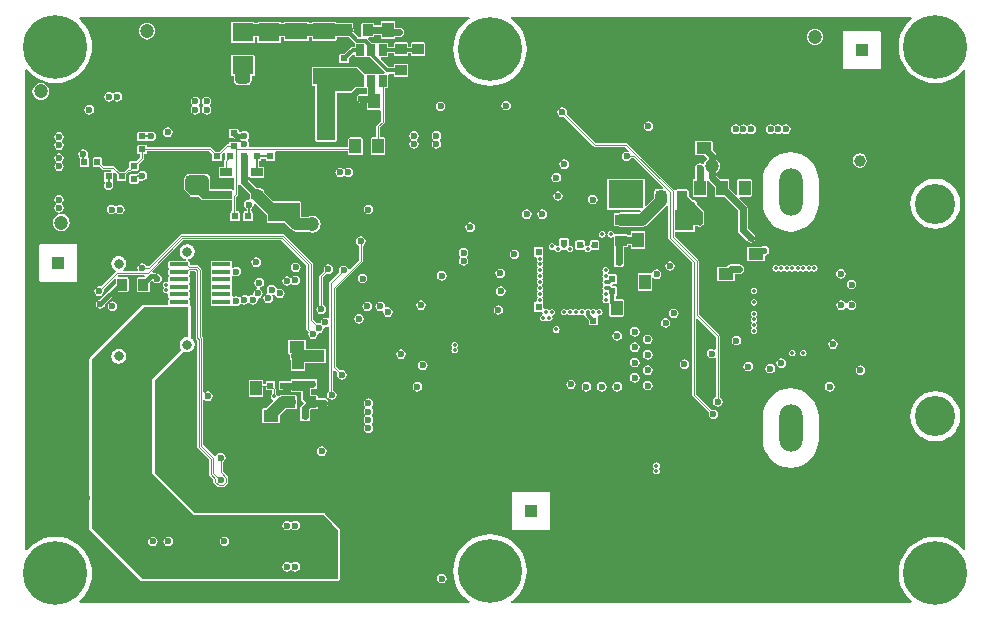
<source format=gbl>
G04 Layer_Physical_Order=8*
G04 Layer_Color=16711680*
%FSLAX44Y44*%
%MOMM*%
G71*
G01*
G75*
%ADD10C,1.0000*%
%ADD11R,1.6000X0.4000*%
%ADD12R,1.6000X0.4000*%
%ADD16R,0.9000X1.0000*%
%ADD17R,1.0000X0.9000*%
%ADD18R,1.3000X1.0000*%
%ADD21R,0.6000X0.6000*%
%ADD23R,0.6000X0.6000*%
%ADD33R,1.0000X1.3000*%
%ADD36R,1.6000X4.5000*%
%ADD37R,3.0000X2.4000*%
%ADD38R,1.8000X1.6000*%
%ADD46R,2.7000X1.6000*%
%ADD48R,1.6000X1.8000*%
%ADD55C,0.1200*%
%ADD56C,0.1000*%
%ADD57C,0.1500*%
%ADD58C,0.3000*%
%ADD59C,0.4000*%
%ADD60C,0.3500*%
%ADD61C,1.0000*%
%ADD62C,0.6000*%
%ADD63C,0.2000*%
%ADD71R,1.0000X1.0000*%
%ADD74R,3.6958X5.0000*%
%ADD75C,0.8000*%
%ADD76C,5.4000*%
%ADD77C,1.2000*%
%ADD78C,0.7000*%
%ADD79O,2.0000X4.0000*%
%ADD80C,3.4000*%
%ADD81C,0.6000*%
%ADD82C,0.3500*%
%ADD94R,1.9000X1.4000*%
%ADD95R,0.7000X1.0000*%
%ADD96R,1.0000X0.7000*%
%ADD97R,1.0000X0.7000*%
%ADD98C,0.7000*%
G36*
X752597Y496769D02*
X750512Y494988D01*
X747343Y491278D01*
X744793Y487117D01*
X742926Y482609D01*
X741787Y477864D01*
X741404Y473000D01*
X741787Y468135D01*
X742926Y463391D01*
X744793Y458883D01*
X747343Y454722D01*
X750512Y451012D01*
X754222Y447843D01*
X758383Y445293D01*
X762891Y443426D01*
X767635Y442287D01*
X772500Y441904D01*
X777365Y442287D01*
X782109Y443426D01*
X786617Y445293D01*
X790778Y447843D01*
X794488Y451012D01*
X796691Y453591D01*
X797961Y453122D01*
Y46878D01*
X796691Y46409D01*
X794488Y48988D01*
X790778Y52157D01*
X786617Y54707D01*
X782109Y56574D01*
X777365Y57713D01*
X772500Y58096D01*
X767635Y57713D01*
X762891Y56574D01*
X758383Y54707D01*
X754222Y52157D01*
X750512Y48988D01*
X747343Y45278D01*
X744793Y41117D01*
X742926Y36609D01*
X741787Y31865D01*
X741404Y27000D01*
X741787Y22136D01*
X742926Y17391D01*
X744793Y12883D01*
X747343Y8722D01*
X750512Y5012D01*
X752597Y3231D01*
X752158Y2039D01*
X413174D01*
X412829Y3262D01*
X413778Y3843D01*
X417488Y7012D01*
X420657Y10722D01*
X423207Y14883D01*
X425074Y19391D01*
X426213Y24135D01*
X426596Y29000D01*
X426213Y33864D01*
X425074Y38609D01*
X423207Y43117D01*
X420657Y47278D01*
X417488Y50988D01*
X413778Y54157D01*
X409617Y56707D01*
X405109Y58574D01*
X400364Y59713D01*
X395500Y60096D01*
X390635Y59713D01*
X385891Y58574D01*
X381383Y56707D01*
X377222Y54157D01*
X373512Y50988D01*
X370343Y47278D01*
X367793Y43117D01*
X365926Y38609D01*
X364787Y33864D01*
X364404Y29000D01*
X364787Y24135D01*
X365926Y19391D01*
X367793Y14883D01*
X370343Y10722D01*
X373512Y7012D01*
X377222Y3843D01*
X378171Y3262D01*
X377826Y2039D01*
X47842D01*
X47403Y3231D01*
X49488Y5012D01*
X52657Y8722D01*
X55207Y12883D01*
X57074Y17391D01*
X58213Y22136D01*
X58596Y27000D01*
X58213Y31865D01*
X57074Y36609D01*
X55207Y41117D01*
X52657Y45278D01*
X49488Y48988D01*
X45778Y52157D01*
X41617Y54707D01*
X37109Y56574D01*
X32364Y57713D01*
X27500Y58096D01*
X22636Y57713D01*
X17891Y56574D01*
X13383Y54707D01*
X9222Y52157D01*
X5512Y48988D01*
X3309Y46409D01*
X2039Y46878D01*
Y453122D01*
X3309Y453591D01*
X5512Y451012D01*
X9222Y447843D01*
X13383Y445293D01*
X17891Y443426D01*
X22636Y442287D01*
X27500Y441904D01*
X32364Y442287D01*
X37109Y443426D01*
X41617Y445293D01*
X45778Y447843D01*
X49488Y451012D01*
X52657Y454722D01*
X55207Y458883D01*
X57074Y463391D01*
X58213Y468135D01*
X58596Y473000D01*
X58213Y477864D01*
X57074Y482609D01*
X55207Y487117D01*
X52657Y491278D01*
X49488Y494988D01*
X47403Y496769D01*
X47842Y497961D01*
X377826D01*
X378171Y496739D01*
X377222Y496157D01*
X373512Y492988D01*
X370343Y489278D01*
X367793Y485117D01*
X365926Y480609D01*
X364787Y475864D01*
X364404Y471000D01*
X364787Y466135D01*
X365926Y461391D01*
X367793Y456883D01*
X370343Y452722D01*
X373512Y449012D01*
X377222Y445843D01*
X381383Y443293D01*
X385891Y441426D01*
X390635Y440287D01*
X395500Y439904D01*
X400364Y440287D01*
X405109Y441426D01*
X409617Y443293D01*
X413778Y445843D01*
X417488Y449012D01*
X420657Y452722D01*
X423207Y456883D01*
X425074Y461391D01*
X426213Y466135D01*
X426596Y471000D01*
X426213Y475864D01*
X425074Y480609D01*
X423207Y485117D01*
X420657Y489278D01*
X417488Y492988D01*
X413778Y496157D01*
X412829Y496739D01*
X413174Y497961D01*
X752158D01*
X752597Y496769D01*
D02*
G37*
%LPC*%
G36*
X544000Y243078D02*
X542439Y242768D01*
X541116Y241884D01*
X540232Y240561D01*
X539922Y239000D01*
X540232Y237439D01*
X541116Y236116D01*
X542439Y235232D01*
X544000Y234922D01*
X545561Y235232D01*
X546884Y236116D01*
X547768Y237439D01*
X548078Y239000D01*
X547768Y240561D01*
X546884Y241884D01*
X545561Y242768D01*
X544000Y243078D01*
D02*
G37*
G36*
X451500Y236304D02*
X450427Y236090D01*
X449517Y235483D01*
X448910Y234573D01*
X448696Y233500D01*
X448910Y232427D01*
X449517Y231517D01*
X450427Y230910D01*
X451500Y230696D01*
X452573Y230910D01*
X453483Y231517D01*
X454090Y232427D01*
X454304Y233500D01*
X454090Y234573D01*
X453483Y235483D01*
X452573Y236090D01*
X451500Y236304D01*
D02*
G37*
G36*
X618857Y249731D02*
X617784Y249518D01*
X616874Y248910D01*
X616267Y248001D01*
X616053Y246928D01*
X616267Y245854D01*
X616874Y244945D01*
Y244093D01*
X616267Y243183D01*
X616053Y242111D01*
X616267Y241038D01*
X616874Y240128D01*
Y239276D01*
X616267Y238367D01*
X616053Y237293D01*
X616267Y236220D01*
X616874Y235311D01*
Y234459D01*
X616267Y233549D01*
X616053Y232477D01*
X616267Y231404D01*
X616874Y230494D01*
X617784Y229886D01*
X618857Y229673D01*
X619930Y229886D01*
X620840Y230494D01*
X621447Y231404D01*
X621661Y232477D01*
X621447Y233549D01*
X620840Y234459D01*
Y235311D01*
X621447Y236220D01*
X621661Y237293D01*
X621447Y238367D01*
X620840Y239276D01*
Y240128D01*
X621447Y241038D01*
X621661Y242111D01*
X621447Y243183D01*
X620840Y244093D01*
Y244945D01*
X621447Y245854D01*
X621661Y246928D01*
X621447Y248001D01*
X620840Y248910D01*
X619930Y249518D01*
X618857Y249731D01*
D02*
G37*
G36*
X551000Y251078D02*
X549439Y250768D01*
X548116Y249884D01*
X547232Y248561D01*
X546922Y247000D01*
X547232Y245439D01*
X548116Y244116D01*
X549439Y243232D01*
X551000Y242922D01*
X552561Y243232D01*
X553884Y244116D01*
X554768Y245439D01*
X555078Y247000D01*
X554768Y248561D01*
X553884Y249884D01*
X552561Y250768D01*
X551000Y251078D01*
D02*
G37*
G36*
X302500Y257078D02*
X300939Y256768D01*
X299616Y255884D01*
X298732Y254561D01*
X298422Y253000D01*
X298732Y251439D01*
X299616Y250116D01*
X300939Y249232D01*
X302500Y248922D01*
X303864Y249193D01*
X304544Y248757D01*
X304986Y248323D01*
X304922Y248000D01*
X305232Y246439D01*
X306116Y245116D01*
X307439Y244232D01*
X309000Y243922D01*
X310561Y244232D01*
X311884Y245116D01*
X312768Y246439D01*
X313078Y248000D01*
X312768Y249561D01*
X311884Y250884D01*
X310561Y251768D01*
X309000Y252078D01*
X307636Y251807D01*
X306956Y252243D01*
X306514Y252677D01*
X306578Y253000D01*
X306268Y254561D01*
X305384Y255884D01*
X304061Y256768D01*
X302500Y257078D01*
D02*
G37*
G36*
X284500Y246578D02*
X282939Y246268D01*
X281616Y245384D01*
X280732Y244061D01*
X280422Y242500D01*
X280732Y240939D01*
X281616Y239616D01*
X282939Y238732D01*
X284500Y238422D01*
X286061Y238732D01*
X287384Y239616D01*
X288268Y240939D01*
X288578Y242500D01*
X288268Y244061D01*
X287384Y245384D01*
X286061Y246268D01*
X284500Y246578D01*
D02*
G37*
G36*
X439500Y303332D02*
X433500D01*
X432735Y303015D01*
X432418Y302250D01*
Y296250D01*
X432735Y295485D01*
X433500Y295168D01*
X434146D01*
X435025Y293898D01*
X434946Y293500D01*
X435160Y292427D01*
X435540Y291858D01*
X435682Y291000D01*
X435540Y290142D01*
X435160Y289573D01*
X434946Y288500D01*
X435160Y287427D01*
X435540Y286858D01*
X435682Y286000D01*
X435540Y285142D01*
X435160Y284573D01*
X434946Y283500D01*
X435160Y282427D01*
X435540Y281858D01*
X435682Y281000D01*
X435540Y280142D01*
X435160Y279573D01*
X434946Y278500D01*
X435160Y277427D01*
X435540Y276858D01*
X435682Y276000D01*
X435540Y275142D01*
X435160Y274573D01*
X434946Y273500D01*
X435160Y272427D01*
X435767Y271517D01*
Y270483D01*
X435160Y269573D01*
X434946Y268500D01*
X435160Y267427D01*
X435540Y266858D01*
X435682Y266000D01*
X435540Y265142D01*
X435160Y264573D01*
X434946Y263500D01*
X435160Y262427D01*
X435540Y261858D01*
X435682Y261000D01*
X435540Y260142D01*
X435160Y259573D01*
X434946Y258500D01*
X435025Y258102D01*
X434146Y256832D01*
X433500D01*
X432735Y256515D01*
X432418Y255750D01*
Y249750D01*
X432735Y248985D01*
X433500Y248668D01*
X438984D01*
X439693Y248423D01*
X440319Y247632D01*
X440391Y247272D01*
X440401Y247160D01*
X439734Y245902D01*
X439427Y245840D01*
X438517Y245233D01*
X437910Y244323D01*
X437696Y243250D01*
X437910Y242177D01*
X438517Y241267D01*
X439427Y240660D01*
X440500Y240446D01*
X441573Y240660D01*
X442142Y241040D01*
X443000Y241182D01*
X443858Y241040D01*
X444427Y240660D01*
X445500Y240446D01*
X446573Y240660D01*
X447483Y241267D01*
X448090Y242177D01*
X448304Y243250D01*
X448109Y244228D01*
X448099Y244340D01*
X448766Y245598D01*
X449073Y245660D01*
X449983Y246267D01*
X450590Y247177D01*
X450804Y248250D01*
X450590Y249323D01*
X449983Y250233D01*
X449073Y250840D01*
X448000Y251054D01*
X446927Y250840D01*
X446017Y250233D01*
X444983D01*
X444073Y250840D01*
X443000Y251054D01*
X441927Y250840D01*
X441852Y250791D01*
X440582Y251469D01*
Y255750D01*
X440265Y256515D01*
X440099Y257065D01*
X440340Y257427D01*
X440554Y258500D01*
X440340Y259573D01*
X439960Y260142D01*
X439818Y261000D01*
X439960Y261858D01*
X440340Y262427D01*
X440554Y263500D01*
X440340Y264573D01*
X439960Y265142D01*
X439818Y266000D01*
X439960Y266858D01*
X440340Y267427D01*
X440554Y268500D01*
X440340Y269573D01*
X439733Y270483D01*
Y271517D01*
X440340Y272427D01*
X440554Y273500D01*
X440340Y274573D01*
X439960Y275142D01*
X439818Y276000D01*
X439960Y276858D01*
X440340Y277427D01*
X440554Y278500D01*
X440340Y279573D01*
X439960Y280142D01*
X439818Y281000D01*
X439960Y281858D01*
X440340Y282427D01*
X440554Y283500D01*
X440340Y284573D01*
X439960Y285142D01*
X439818Y286000D01*
X439960Y286858D01*
X440340Y287427D01*
X440554Y288500D01*
X440340Y289573D01*
X439960Y290142D01*
X439818Y291000D01*
X439960Y291858D01*
X440340Y292427D01*
X440554Y293500D01*
X440340Y294573D01*
X440099Y294935D01*
X440265Y295485D01*
X440582Y296250D01*
Y302250D01*
X440265Y303015D01*
X439500Y303332D01*
D02*
G37*
G36*
X518000Y235578D02*
X516439Y235268D01*
X515116Y234384D01*
X514232Y233061D01*
X513922Y231500D01*
X514232Y229939D01*
X515116Y228616D01*
X516439Y227732D01*
X518000Y227422D01*
X519561Y227732D01*
X520884Y228616D01*
X521768Y229939D01*
X522078Y231500D01*
X521768Y233061D01*
X520884Y234384D01*
X519561Y235268D01*
X518000Y235578D01*
D02*
G37*
G36*
Y222578D02*
X516439Y222268D01*
X515116Y221384D01*
X514232Y220061D01*
X513922Y218500D01*
X514232Y216939D01*
X515116Y215616D01*
X516439Y214732D01*
X518000Y214422D01*
X519561Y214732D01*
X520884Y215616D01*
X521768Y216939D01*
X522078Y218500D01*
X521768Y220061D01*
X520884Y221384D01*
X519561Y222268D01*
X518000Y222578D01*
D02*
G37*
G36*
X365411Y223254D02*
X364338Y223040D01*
X363429Y222433D01*
X362821Y221523D01*
X362607Y220450D01*
X362821Y219377D01*
X363429Y218467D01*
Y217933D01*
X362821Y217023D01*
X362607Y215950D01*
X362821Y214877D01*
X363429Y213967D01*
X364338Y213360D01*
X365411Y213146D01*
X366484Y213360D01*
X367394Y213967D01*
X368002Y214877D01*
X368215Y215950D01*
X368002Y217023D01*
X367394Y217933D01*
Y218467D01*
X368002Y219377D01*
X368215Y220450D01*
X368002Y221523D01*
X367394Y222433D01*
X366484Y223040D01*
X365411Y223254D01*
D02*
G37*
G36*
X660675Y216304D02*
X659602Y216090D01*
X658692Y215483D01*
X658084Y214573D01*
X657871Y213500D01*
X658084Y212427D01*
X658692Y211517D01*
X659602Y210910D01*
X660675Y210696D01*
X661748Y210910D01*
X662657Y211517D01*
X663265Y212427D01*
X663478Y213500D01*
X663265Y214573D01*
X662657Y215483D01*
X661748Y216090D01*
X660675Y216304D01*
D02*
G37*
G36*
X685750Y225078D02*
X684189Y224768D01*
X682866Y223884D01*
X681982Y222561D01*
X681672Y221000D01*
X681982Y219439D01*
X682866Y218116D01*
X684189Y217232D01*
X685750Y216922D01*
X687311Y217232D01*
X688634Y218116D01*
X689518Y219439D01*
X689828Y221000D01*
X689518Y222561D01*
X688634Y223884D01*
X687311Y224768D01*
X685750Y225078D01*
D02*
G37*
G36*
X503000Y232078D02*
X501439Y231768D01*
X500116Y230884D01*
X499232Y229561D01*
X498922Y228000D01*
X499232Y226439D01*
X500116Y225116D01*
X501439Y224232D01*
X503000Y223922D01*
X504561Y224232D01*
X505884Y225116D01*
X506768Y226439D01*
X507078Y228000D01*
X506768Y229561D01*
X505884Y230884D01*
X504561Y231768D01*
X503000Y232078D01*
D02*
G37*
G36*
X529000Y229078D02*
X527439Y228768D01*
X526116Y227884D01*
X525232Y226561D01*
X524922Y225000D01*
X525232Y223439D01*
X526116Y222116D01*
X527439Y221232D01*
X529000Y220922D01*
X530561Y221232D01*
X531884Y222116D01*
X532768Y223439D01*
X533078Y225000D01*
X532768Y226561D01*
X531884Y227884D01*
X530561Y228768D01*
X529000Y229078D01*
D02*
G37*
G36*
X604000Y228078D02*
X602439Y227768D01*
X601116Y226884D01*
X600232Y225561D01*
X599922Y224000D01*
X600232Y222439D01*
X601116Y221116D01*
X602439Y220232D01*
X604000Y219922D01*
X605561Y220232D01*
X606884Y221116D01*
X607768Y222439D01*
X608078Y224000D01*
X607768Y225561D01*
X606884Y226884D01*
X605561Y227768D01*
X604000Y228078D01*
D02*
G37*
G36*
X493250Y286304D02*
X492177Y286090D01*
X491267Y285483D01*
X490660Y284573D01*
X490446Y283500D01*
X490660Y282427D01*
X491040Y281858D01*
X491182Y281000D01*
X491040Y280142D01*
X490660Y279573D01*
X490446Y278500D01*
X490660Y277427D01*
X491040Y276858D01*
X491182Y276000D01*
X491040Y275142D01*
X490660Y274573D01*
X490446Y273500D01*
X490660Y272427D01*
X491040Y271858D01*
X491182Y271000D01*
X491040Y270142D01*
X490660Y269573D01*
X490446Y268500D01*
X490660Y267427D01*
X491040Y266858D01*
X491182Y266000D01*
X491040Y265142D01*
X490660Y264573D01*
X490446Y263500D01*
X490660Y262427D01*
X491040Y261858D01*
X491182Y261000D01*
X491040Y260142D01*
X490660Y259573D01*
X490446Y258500D01*
X490660Y257427D01*
X491267Y256517D01*
X492177Y255910D01*
X493250Y255696D01*
X494323Y255910D01*
X494926Y256313D01*
X495970Y255931D01*
X496196Y255750D01*
Y255500D01*
X496410Y254427D01*
X496418Y254415D01*
Y245500D01*
X496735Y244735D01*
X497500Y244418D01*
X507500D01*
X508265Y244735D01*
X508582Y245500D01*
Y258500D01*
X508265Y259265D01*
X507500Y259582D01*
X501804D01*
Y261918D01*
X502000D01*
X502765Y262235D01*
X503082Y263000D01*
Y269000D01*
X502765Y269765D01*
X502000Y270082D01*
X499444D01*
X498959Y270648D01*
X499493Y271918D01*
X502000D01*
X502765Y272235D01*
X503082Y273000D01*
Y279000D01*
X502765Y279765D01*
X502000Y280082D01*
X496366D01*
X495526Y280888D01*
X495349Y281187D01*
X495460Y281858D01*
X495840Y282427D01*
X496054Y283500D01*
X495840Y284573D01*
X495233Y285483D01*
X494323Y286090D01*
X493250Y286304D01*
D02*
G37*
G36*
X701500Y275578D02*
X699939Y275268D01*
X698616Y274384D01*
X697732Y273061D01*
X697422Y271500D01*
X697732Y269939D01*
X698616Y268616D01*
X699939Y267732D01*
X701500Y267422D01*
X703061Y267732D01*
X704384Y268616D01*
X705268Y269939D01*
X705578Y271500D01*
X705268Y273061D01*
X704384Y274384D01*
X703061Y275268D01*
X701500Y275578D01*
D02*
G37*
G36*
X618857Y268999D02*
X617784Y268786D01*
X616874Y268178D01*
X616267Y267268D01*
X616053Y266195D01*
X616267Y265122D01*
X616874Y264213D01*
X617784Y263605D01*
X618857Y263392D01*
X619930Y263605D01*
X620840Y264213D01*
X621447Y265122D01*
X621661Y266195D01*
X621447Y267268D01*
X620840Y268178D01*
X619930Y268786D01*
X618857Y268999D01*
D02*
G37*
G36*
X404500Y270078D02*
X402939Y269768D01*
X401616Y268884D01*
X400732Y267561D01*
X400422Y266000D01*
X400732Y264439D01*
X401616Y263116D01*
X402939Y262232D01*
X404500Y261922D01*
X406061Y262232D01*
X407384Y263116D01*
X408268Y264439D01*
X408578Y266000D01*
X408268Y267561D01*
X407384Y268884D01*
X406061Y269768D01*
X404500Y270078D01*
D02*
G37*
G36*
X287500Y280578D02*
X285939Y280268D01*
X284616Y279384D01*
X283732Y278061D01*
X283422Y276500D01*
X283732Y274939D01*
X284616Y273616D01*
X285939Y272732D01*
X287500Y272422D01*
X289061Y272732D01*
X290384Y273616D01*
X291268Y274939D01*
X291578Y276500D01*
X291268Y278061D01*
X290384Y279384D01*
X289061Y280268D01*
X287500Y280578D01*
D02*
G37*
G36*
X354500Y283078D02*
X352939Y282768D01*
X351616Y281884D01*
X350732Y280561D01*
X350422Y279000D01*
X350732Y277439D01*
X351616Y276116D01*
X352939Y275232D01*
X354500Y274922D01*
X356061Y275232D01*
X357384Y276116D01*
X358268Y277439D01*
X358578Y279000D01*
X358268Y280561D01*
X357384Y281884D01*
X356061Y282768D01*
X354500Y283078D01*
D02*
G37*
G36*
X599318Y288578D02*
X597757Y288268D01*
X596434Y287384D01*
X596434Y287384D01*
X595633Y286582D01*
X588500D01*
X587735Y286265D01*
X587418Y285500D01*
Y275500D01*
X587735Y274735D01*
X588500Y274418D01*
X601500D01*
X602265Y274735D01*
X602582Y275500D01*
Y280422D01*
X606289D01*
X607849Y280732D01*
X609172Y281616D01*
X610056Y282939D01*
X610367Y284500D01*
X610056Y286061D01*
X609172Y287384D01*
X607849Y288268D01*
X606289Y288578D01*
X599318D01*
X599318Y288578D01*
D02*
G37*
G36*
X45000Y306082D02*
X15000D01*
X14235Y305765D01*
X13918Y305000D01*
Y275000D01*
X14235Y274235D01*
X15000Y273918D01*
X45000D01*
X45765Y274235D01*
X46082Y275000D01*
Y305000D01*
X45765Y305765D01*
X45000Y306082D01*
D02*
G37*
G36*
X210500Y271078D02*
X208939Y270767D01*
X207616Y269883D01*
X206732Y268560D01*
X206421Y266999D01*
X206732Y265439D01*
X206860Y265246D01*
X206276Y263835D01*
X205939Y263768D01*
X204616Y262884D01*
X203732Y261561D01*
X203422Y260000D01*
X203732Y258439D01*
X204616Y257116D01*
X205939Y256232D01*
X207500Y255922D01*
X209061Y256232D01*
X210384Y257116D01*
X211268Y258439D01*
X211578Y260000D01*
X211268Y261561D01*
X211139Y261753D01*
X211724Y263165D01*
X212060Y263232D01*
X212254Y263361D01*
X213665Y262776D01*
X213732Y262439D01*
X214616Y261116D01*
X215939Y260232D01*
X217500Y259922D01*
X219061Y260232D01*
X220384Y261116D01*
X221268Y262439D01*
X221578Y264000D01*
X221268Y265561D01*
X220384Y266884D01*
X219061Y267768D01*
X217500Y268078D01*
X215939Y267768D01*
X215746Y267638D01*
X214335Y268223D01*
X214268Y268560D01*
X213383Y269883D01*
X212060Y270767D01*
X210500Y271078D01*
D02*
G37*
G36*
X75675Y257253D02*
X74114Y256943D01*
X72791Y256059D01*
X71907Y254736D01*
X71597Y253175D01*
X71907Y251614D01*
X72791Y250291D01*
X74114Y249407D01*
X75675Y249097D01*
X77236Y249407D01*
X78559Y250291D01*
X79443Y251614D01*
X79753Y253175D01*
X79443Y254736D01*
X78559Y256059D01*
X77236Y256943D01*
X75675Y257253D01*
D02*
G37*
G36*
X291500Y257078D02*
X289939Y256768D01*
X288616Y255884D01*
X287732Y254561D01*
X287422Y253000D01*
X287732Y251439D01*
X288616Y250116D01*
X289939Y249232D01*
X291500Y248922D01*
X293061Y249232D01*
X294384Y250116D01*
X295268Y251439D01*
X295578Y253000D01*
X295268Y254561D01*
X294384Y255884D01*
X293061Y256768D01*
X291500Y257078D01*
D02*
G37*
G36*
X402500Y254078D02*
X400939Y253768D01*
X399616Y252884D01*
X398732Y251561D01*
X398422Y250000D01*
X398732Y248439D01*
X399616Y247116D01*
X400939Y246232D01*
X402500Y245922D01*
X404061Y246232D01*
X405384Y247116D01*
X406268Y248439D01*
X406578Y250000D01*
X406268Y251561D01*
X405384Y252884D01*
X404061Y253768D01*
X402500Y254078D01*
D02*
G37*
G36*
X337000Y258078D02*
X335439Y257768D01*
X334116Y256884D01*
X333232Y255561D01*
X332922Y254000D01*
X333232Y252439D01*
X334116Y251116D01*
X335439Y250232D01*
X337000Y249922D01*
X338561Y250232D01*
X339884Y251116D01*
X340768Y252439D01*
X341078Y254000D01*
X340768Y255561D01*
X339884Y256884D01*
X338561Y257768D01*
X337000Y258078D01*
D02*
G37*
G36*
X701500Y258078D02*
X699939Y257768D01*
X698616Y256884D01*
X697794Y255654D01*
X697125Y255581D01*
X696456Y255654D01*
X695634Y256884D01*
X694311Y257768D01*
X692750Y258078D01*
X691189Y257768D01*
X689866Y256884D01*
X688982Y255561D01*
X688672Y254000D01*
X688982Y252439D01*
X689866Y251116D01*
X691189Y250232D01*
X692750Y249922D01*
X694311Y250232D01*
X695634Y251116D01*
X696456Y252346D01*
X697125Y252419D01*
X697794Y252346D01*
X698616Y251116D01*
X699939Y250232D01*
X701500Y249922D01*
X703061Y250232D01*
X704384Y251116D01*
X705268Y252439D01*
X705578Y254000D01*
X705268Y255561D01*
X704384Y256884D01*
X703061Y257768D01*
X701500Y258078D01*
D02*
G37*
G36*
X618857Y259365D02*
X617784Y259152D01*
X616874Y258544D01*
X616267Y257635D01*
X616053Y256562D01*
X616267Y255488D01*
X616874Y254579D01*
X617784Y253971D01*
X618857Y253758D01*
X619930Y253971D01*
X620840Y254579D01*
X621447Y255488D01*
X621661Y256562D01*
X621447Y257635D01*
X620840Y258544D01*
X619930Y259152D01*
X618857Y259365D01*
D02*
G37*
G36*
X488000Y251054D02*
X486927Y250840D01*
X486017Y250233D01*
X484983D01*
X484073Y250840D01*
X483000Y251054D01*
X481927Y250840D01*
X481358Y250460D01*
X480500Y250318D01*
X479642Y250460D01*
X479073Y250840D01*
X478000Y251054D01*
X476927Y250840D01*
X476358Y250460D01*
X475500Y250318D01*
X474642Y250460D01*
X474073Y250840D01*
X473000Y251054D01*
X471927Y250840D01*
X471017Y250233D01*
X469983D01*
X469073Y250840D01*
X468000Y251054D01*
X466927Y250840D01*
X466358Y250460D01*
X465500Y250318D01*
X464642Y250460D01*
X464073Y250840D01*
X463000Y251054D01*
X461927Y250840D01*
X461017Y250233D01*
X459983D01*
X459073Y250840D01*
X458000Y251054D01*
X456927Y250840D01*
X456017Y250233D01*
X455410Y249323D01*
X455196Y248250D01*
X455410Y247177D01*
X456017Y246267D01*
X456927Y245660D01*
X458000Y245446D01*
X459073Y245660D01*
X459983Y246267D01*
X461017D01*
X461927Y245660D01*
X463000Y245446D01*
X464073Y245660D01*
X464642Y246040D01*
X465500Y246182D01*
X466358Y246040D01*
X466927Y245660D01*
X468000Y245446D01*
X469073Y245660D01*
X469642Y246040D01*
X470500Y246182D01*
X471358Y246040D01*
X471927Y245660D01*
X473000Y245446D01*
X474073Y245660D01*
X474206Y245749D01*
X475617Y245164D01*
X475645Y245025D01*
X476198Y244198D01*
X478918Y241478D01*
Y238000D01*
X479235Y237235D01*
X480000Y236918D01*
X486000D01*
X486765Y237235D01*
X487082Y238000D01*
Y244000D01*
X486932Y244364D01*
X487680Y245510D01*
X488000Y245446D01*
X489073Y245660D01*
X489983Y246267D01*
X490590Y247177D01*
X490804Y248250D01*
X490590Y249323D01*
X489983Y250233D01*
X489073Y250840D01*
X488000Y251054D01*
D02*
G37*
G36*
X490000Y189078D02*
X488439Y188768D01*
X487116Y187884D01*
X486232Y186561D01*
X485922Y185000D01*
X486232Y183439D01*
X487116Y182116D01*
X488439Y181232D01*
X490000Y180922D01*
X491561Y181232D01*
X492884Y182116D01*
X493768Y183439D01*
X494078Y185000D01*
X493768Y186561D01*
X492884Y187884D01*
X491561Y188768D01*
X490000Y189078D01*
D02*
G37*
G36*
X477000D02*
X475439Y188768D01*
X474116Y187884D01*
X473232Y186561D01*
X472922Y185000D01*
X473232Y183439D01*
X474116Y182116D01*
X475439Y181232D01*
X477000Y180922D01*
X478561Y181232D01*
X479884Y182116D01*
X480768Y183439D01*
X481078Y185000D01*
X480768Y186561D01*
X479884Y187884D01*
X478561Y188768D01*
X477000Y189078D01*
D02*
G37*
G36*
X334000D02*
X332439Y188768D01*
X331116Y187884D01*
X330232Y186561D01*
X329922Y185000D01*
X330232Y183439D01*
X331116Y182116D01*
X332439Y181232D01*
X334000Y180922D01*
X335561Y181232D01*
X336884Y182116D01*
X337768Y183439D01*
X338078Y185000D01*
X337768Y186561D01*
X336884Y187884D01*
X335561Y188768D01*
X334000Y189078D01*
D02*
G37*
G36*
X503000D02*
X501439Y188768D01*
X500116Y187884D01*
X499232Y186561D01*
X498922Y185000D01*
X499232Y183439D01*
X500116Y182116D01*
X501439Y181232D01*
X503000Y180922D01*
X504561Y181232D01*
X505884Y182116D01*
X506768Y183439D01*
X507078Y185000D01*
X506768Y186561D01*
X505884Y187884D01*
X504561Y188768D01*
X503000Y189078D01*
D02*
G37*
G36*
X529000Y190078D02*
X527439Y189768D01*
X526116Y188884D01*
X525232Y187561D01*
X524922Y186000D01*
X525232Y184439D01*
X526116Y183116D01*
X527439Y182232D01*
X529000Y181922D01*
X530561Y182232D01*
X531884Y183116D01*
X532768Y184439D01*
X533078Y186000D01*
X532768Y187561D01*
X531884Y188884D01*
X530561Y189768D01*
X529000Y190078D01*
D02*
G37*
G36*
X772500Y181161D02*
X772302Y181121D01*
X772100Y181141D01*
X768768Y180813D01*
X768383Y180696D01*
X767983Y180657D01*
X764779Y179685D01*
X764425Y179495D01*
X764040Y179379D01*
X761087Y177800D01*
X760777Y177545D01*
X760777Y177545D01*
X760422Y177356D01*
X757834Y175232D01*
X757579Y174921D01*
X757268Y174666D01*
X755144Y172078D01*
X754955Y171723D01*
X754955Y171723D01*
X754700Y171413D01*
X753121Y168460D01*
X753005Y168075D01*
X752815Y167721D01*
X751843Y164517D01*
X751804Y164117D01*
X751687Y163732D01*
X751359Y160400D01*
X751398Y160000D01*
X751359Y159600D01*
X751687Y156268D01*
X751804Y155883D01*
X751843Y155484D01*
X752815Y152279D01*
X753005Y151925D01*
X753121Y151540D01*
X754700Y148587D01*
X754955Y148277D01*
X754955Y148277D01*
X755144Y147922D01*
X757268Y145334D01*
X757579Y145079D01*
X757834Y144768D01*
X760422Y142644D01*
X760777Y142455D01*
X760777Y142455D01*
X761087Y142200D01*
X764040Y140621D01*
X764425Y140505D01*
X764779Y140315D01*
X767983Y139343D01*
X768383Y139304D01*
X768768Y139187D01*
X772100Y138859D01*
X772302Y138879D01*
X772500Y138839D01*
X772698Y138879D01*
X772900Y138859D01*
X776232Y139187D01*
X776617Y139304D01*
X777017Y139343D01*
X780221Y140315D01*
X780575Y140505D01*
X780960Y140621D01*
X783913Y142200D01*
X784223Y142455D01*
X784223Y142455D01*
X784578Y142644D01*
X787166Y144768D01*
X787421Y145079D01*
X787732Y145334D01*
X789856Y147922D01*
X790045Y148277D01*
X790045Y148277D01*
X790300Y148587D01*
X791879Y151540D01*
X791995Y151925D01*
X792185Y152279D01*
X793157Y155484D01*
X793196Y155883D01*
X793313Y156268D01*
X793641Y159600D01*
X793602Y160000D01*
X793641Y160400D01*
X793313Y163732D01*
X793196Y164117D01*
X793157Y164517D01*
X792185Y167721D01*
X791995Y168075D01*
X791879Y168460D01*
X790300Y171413D01*
X790045Y171723D01*
X790045Y171723D01*
X789856Y172078D01*
X787732Y174666D01*
X787421Y174921D01*
X787166Y175232D01*
X784578Y177356D01*
X784223Y177545D01*
X784223Y177545D01*
X783913Y177800D01*
X780960Y179379D01*
X780575Y179495D01*
X780221Y179685D01*
X777017Y180657D01*
X776617Y180696D01*
X776232Y180813D01*
X772900Y181141D01*
X772698Y181121D01*
X772500Y181161D01*
D02*
G37*
G36*
X683000Y189078D02*
X681439Y188768D01*
X680116Y187884D01*
X679232Y186561D01*
X678922Y185000D01*
X679232Y183439D01*
X680116Y182116D01*
X681439Y181232D01*
X683000Y180922D01*
X684561Y181232D01*
X685884Y182116D01*
X686768Y183439D01*
X687078Y185000D01*
X686768Y186561D01*
X685884Y187884D01*
X684561Y188768D01*
X683000Y189078D01*
D02*
G37*
G36*
X139000Y305673D02*
X138773Y305628D01*
X138542D01*
X136982Y305318D01*
X136768Y305229D01*
X136542Y305184D01*
X136350Y305056D01*
X136136Y304968D01*
X136136Y304968D01*
X134813Y304084D01*
X134650Y303920D01*
X134458Y303792D01*
X134330Y303600D01*
X134166Y303437D01*
X133282Y302113D01*
X133194Y301900D01*
X133066Y301708D01*
X133020Y301482D01*
X132932Y301268D01*
X132622Y299708D01*
Y299477D01*
X132577Y299250D01*
X132622Y299023D01*
Y298792D01*
X132932Y297232D01*
X133020Y297018D01*
X133066Y296792D01*
X133194Y296600D01*
X133282Y296386D01*
X133282Y296386D01*
X134166Y295063D01*
X134330Y294900D01*
X134458Y294708D01*
X134650Y294580D01*
X134813Y294416D01*
X136137Y293532D01*
X136350Y293444D01*
X136542Y293316D01*
X136768Y293270D01*
X136982Y293182D01*
X138262Y292927D01*
X138137Y291657D01*
X124000D01*
X123235Y291340D01*
X122918Y290575D01*
Y286575D01*
X123235Y285810D01*
Y284990D01*
X122918Y284225D01*
Y280225D01*
X123235Y279460D01*
Y278640D01*
X122918Y277875D01*
Y274968D01*
X122860Y274865D01*
X121648Y274025D01*
X121250Y274104D01*
X120177Y273890D01*
X119267Y273283D01*
X118660Y272373D01*
X118446Y271300D01*
X118660Y270227D01*
X119267Y269317D01*
Y268783D01*
X118660Y267873D01*
X118446Y266800D01*
X118660Y265727D01*
X119267Y264817D01*
X120177Y264210D01*
X121250Y263996D01*
X121648Y264075D01*
X122918Y263196D01*
Y261175D01*
X123235Y260410D01*
Y259590D01*
X122918Y258825D01*
Y254825D01*
X122727Y254539D01*
X102500Y254539D01*
X102500Y254539D01*
X101720Y254384D01*
X101058Y253942D01*
X101058Y253942D01*
X75558Y228442D01*
X75558Y228442D01*
X56558Y209442D01*
X56116Y208780D01*
X55961Y208000D01*
Y92462D01*
X56000Y92265D01*
Y92064D01*
X56077Y91878D01*
X56116Y91681D01*
X56228Y91514D01*
X56304Y91329D01*
X56347Y91265D01*
X56499Y90500D01*
X56347Y89735D01*
X56304Y89671D01*
X56228Y89486D01*
X56116Y89319D01*
X56077Y89122D01*
X56000Y88936D01*
Y88735D01*
X55961Y88538D01*
Y65000D01*
X55961Y65000D01*
X56116Y64219D01*
X56558Y63558D01*
X99058Y21058D01*
X99058Y21058D01*
X99719Y20616D01*
X100500Y20461D01*
X266500Y20461D01*
X267280Y20616D01*
X267942Y21058D01*
X268384Y21720D01*
X268539Y22500D01*
Y39000D01*
Y64000D01*
X268384Y64780D01*
X267942Y65442D01*
X263442Y69942D01*
X263442Y69942D01*
X255942Y77442D01*
X255280Y77884D01*
X254500Y78039D01*
X213500D01*
X145345Y78039D01*
X111539Y111845D01*
X111539Y190405D01*
X135100Y213966D01*
X135207Y214126D01*
X135726Y214632D01*
X136542Y214816D01*
X136768Y214771D01*
X136982Y214682D01*
X138542Y214372D01*
X138773D01*
X139000Y214327D01*
X139227Y214372D01*
X139458D01*
X141018Y214682D01*
X141232Y214771D01*
X141458Y214816D01*
X141650Y214944D01*
X141864Y215032D01*
X141864Y215032D01*
X143187Y215916D01*
X143350Y216080D01*
X143542Y216208D01*
X143670Y216400D01*
X143834Y216563D01*
X144718Y217886D01*
X144806Y218100D01*
X144935Y218292D01*
X144979Y218518D01*
X145068Y218732D01*
X145378Y220292D01*
Y220523D01*
X145423Y220750D01*
X145378Y220977D01*
Y221208D01*
X145068Y222768D01*
X144979Y222982D01*
X144935Y223208D01*
X144806Y223400D01*
X144718Y223613D01*
X144718Y223614D01*
X143834Y224937D01*
X143670Y225100D01*
X143542Y225292D01*
X143350Y225420D01*
X143187Y225584D01*
X142527Y226025D01*
X142392Y226134D01*
X141873Y226931D01*
X141884Y227465D01*
X141950Y227796D01*
X142036Y228123D01*
X142027Y228185D01*
X142039Y228245D01*
X142039Y252500D01*
X141884Y253280D01*
X141442Y253942D01*
X140874Y254322D01*
X141082Y254825D01*
Y258825D01*
X140765Y259590D01*
Y260410D01*
X141082Y261175D01*
Y265175D01*
X140765Y265940D01*
Y266760D01*
X141082Y267525D01*
Y271525D01*
X140765Y272290D01*
Y273110D01*
X141082Y273875D01*
Y277875D01*
X140765Y278640D01*
Y279460D01*
X141082Y280225D01*
Y282625D01*
X141126Y282669D01*
X145374D01*
X146069Y281974D01*
Y226300D01*
X146069Y226300D01*
X146193Y225676D01*
X146546Y225147D01*
X147169Y224524D01*
Y134083D01*
X147169Y134083D01*
X147293Y133458D01*
X147647Y132929D01*
X157169Y123407D01*
Y111089D01*
X157169Y111089D01*
X157293Y110464D01*
X157647Y109935D01*
X160968Y106613D01*
Y104395D01*
X160968Y104394D01*
X161092Y103770D01*
X161446Y103241D01*
X164441Y100246D01*
X164441Y100246D01*
X164970Y99893D01*
X165594Y99768D01*
X169405D01*
X169405Y99768D01*
X170029Y99893D01*
X170559Y100246D01*
X173253Y102941D01*
X173607Y103470D01*
X173731Y104094D01*
Y107905D01*
X173731Y107905D01*
X173607Y108529D01*
X173253Y109059D01*
X169131Y113181D01*
Y121279D01*
X170383Y122116D01*
X171268Y123439D01*
X171578Y125000D01*
X171268Y126560D01*
X170383Y127884D01*
X169060Y128768D01*
X167500Y129078D01*
X165939Y128768D01*
X164616Y127884D01*
X163732Y126560D01*
X163630Y126050D01*
X163501Y126000D01*
X162661Y125875D01*
X162309Y125916D01*
X162153Y126148D01*
X162153Y126148D01*
X152631Y135670D01*
Y173363D01*
X152910Y173576D01*
X153901Y173926D01*
X154939Y173232D01*
X156500Y172922D01*
X158061Y173232D01*
X159384Y174116D01*
X160268Y175439D01*
X160578Y177000D01*
X160268Y178561D01*
X159384Y179884D01*
X158061Y180768D01*
X156500Y181078D01*
X154939Y180768D01*
X153901Y180074D01*
X152910Y180424D01*
X152631Y180637D01*
Y226111D01*
X152507Y226736D01*
X152154Y227265D01*
X152154Y227265D01*
X151531Y227887D01*
Y232469D01*
X151500Y232500D01*
X151500Y250500D01*
X151531Y250531D01*
Y283561D01*
X151531Y283561D01*
X151407Y284186D01*
X151053Y284715D01*
X151053Y284715D01*
X148115Y287654D01*
X147586Y288007D01*
X146961Y288131D01*
X146961Y288131D01*
X141082D01*
Y290575D01*
X140765Y291340D01*
X140000Y291657D01*
X139863D01*
X139738Y292927D01*
X141018Y293182D01*
X141232Y293270D01*
X141458Y293316D01*
X141650Y293444D01*
X141864Y293532D01*
X141864Y293532D01*
X143187Y294416D01*
X143350Y294580D01*
X143542Y294708D01*
X143670Y294900D01*
X143834Y295063D01*
X144718Y296387D01*
X144806Y296600D01*
X144935Y296792D01*
X144979Y297018D01*
X145068Y297232D01*
X145378Y298792D01*
Y299023D01*
X145423Y299250D01*
X145378Y299477D01*
Y299708D01*
X145068Y301268D01*
X144979Y301482D01*
X144935Y301708D01*
X144806Y301900D01*
X144718Y302114D01*
X144718Y302114D01*
X143834Y303437D01*
X143670Y303600D01*
X143542Y303792D01*
X143350Y303920D01*
X143187Y304084D01*
X141863Y304968D01*
X141650Y305056D01*
X141458Y305184D01*
X141232Y305229D01*
X141018Y305318D01*
X139458Y305628D01*
X139227D01*
X139000Y305673D01*
D02*
G37*
G36*
X536350Y121054D02*
X535277Y120840D01*
X534367Y120233D01*
X533760Y119323D01*
X533546Y118250D01*
X533760Y117177D01*
X534367Y116267D01*
Y115733D01*
X533760Y114823D01*
X533546Y113750D01*
X533760Y112677D01*
X534367Y111767D01*
X535277Y111160D01*
X536350Y110946D01*
X537423Y111160D01*
X538333Y111767D01*
X538940Y112677D01*
X539154Y113750D01*
X538940Y114823D01*
X538333Y115733D01*
Y116267D01*
X538940Y117177D01*
X539154Y118250D01*
X538940Y119323D01*
X538333Y120233D01*
X537423Y120840D01*
X536350Y121054D01*
D02*
G37*
G36*
X445000Y96082D02*
X415000D01*
X414235Y95765D01*
X413918Y95000D01*
Y65000D01*
X414235Y64235D01*
X415000Y63918D01*
X445000D01*
X445765Y64235D01*
X446082Y65000D01*
Y95000D01*
X445765Y95765D01*
X445000Y96082D01*
D02*
G37*
G36*
X354500Y26578D02*
X352939Y26268D01*
X351616Y25384D01*
X350732Y24061D01*
X350422Y22500D01*
X350732Y20939D01*
X351616Y19616D01*
X352939Y18732D01*
X354500Y18422D01*
X356061Y18732D01*
X357384Y19616D01*
X358268Y20939D01*
X358578Y22500D01*
X358268Y24061D01*
X357384Y25384D01*
X356061Y26268D01*
X354500Y26578D01*
D02*
G37*
G36*
X650000Y183614D02*
X645393Y183160D01*
X640963Y181816D01*
X636881Y179634D01*
X633303Y176697D01*
X630366Y173119D01*
X628184Y169037D01*
X626840Y164607D01*
X626386Y160000D01*
Y140000D01*
X626840Y135393D01*
X628184Y130963D01*
X630366Y126881D01*
X633303Y123303D01*
X636881Y120366D01*
X640963Y118184D01*
X645393Y116840D01*
X650000Y116386D01*
X654607Y116840D01*
X659037Y118184D01*
X663119Y120366D01*
X666697Y123303D01*
X669634Y126881D01*
X671816Y130963D01*
X673160Y135393D01*
X673614Y140000D01*
Y160000D01*
X673160Y164607D01*
X671816Y169037D01*
X669634Y173119D01*
X666697Y176697D01*
X663119Y179634D01*
X659037Y181816D01*
X654607Y183160D01*
X650000Y183614D01*
D02*
G37*
G36*
X202250Y191082D02*
X192250D01*
X191485Y190765D01*
X191168Y190000D01*
Y177000D01*
X191485Y176235D01*
X192250Y175918D01*
X202250D01*
X203015Y176235D01*
X203332Y177000D01*
Y184376D01*
X205418D01*
Y183000D01*
X205735Y182235D01*
X206500Y181918D01*
X210876D01*
Y178972D01*
X210517Y178733D01*
X209910Y177823D01*
X209696Y176750D01*
X209910Y175677D01*
X210517Y174767D01*
X211427Y174160D01*
X211665Y174112D01*
X212083Y172734D01*
X205931Y166582D01*
X203500D01*
X202735Y166265D01*
X202418Y165500D01*
Y155500D01*
X202735Y154735D01*
X203500Y154418D01*
X216500D01*
X217265Y154735D01*
X217582Y155500D01*
Y160931D01*
X222534Y165882D01*
X226000D01*
X226177Y165918D01*
X230500D01*
X231265Y166235D01*
X231582Y167000D01*
Y169555D01*
X231652Y169659D01*
X232118Y172000D01*
X231652Y174341D01*
X231582Y174445D01*
Y177000D01*
X231265Y177765D01*
X230500Y178082D01*
X226177D01*
X226000Y178118D01*
X220000D01*
X217659Y177652D01*
X216530Y176897D01*
X215154Y177505D01*
X215090Y177823D01*
X214483Y178733D01*
X214124Y178972D01*
Y183000D01*
X213648Y184148D01*
X213582Y184214D01*
Y189000D01*
X213265Y189765D01*
X212500Y190082D01*
X206500D01*
X205735Y189765D01*
X205418Y189000D01*
Y187624D01*
X203332D01*
Y190000D01*
X203015Y190765D01*
X202250Y191082D01*
D02*
G37*
G36*
X292500Y175078D02*
X290939Y174768D01*
X289616Y173884D01*
X288732Y172561D01*
X288422Y171000D01*
X288732Y169439D01*
X289616Y168116D01*
Y166884D01*
X288732Y165561D01*
X288422Y164000D01*
X288732Y162439D01*
X289616Y161116D01*
Y159884D01*
X288732Y158561D01*
X288422Y157000D01*
X288732Y155439D01*
X289480Y154320D01*
X289606Y153500D01*
X289480Y152680D01*
X288732Y151561D01*
X288422Y150000D01*
X288732Y148439D01*
X289616Y147116D01*
X290939Y146232D01*
X292500Y145922D01*
X294061Y146232D01*
X295384Y147116D01*
X296268Y148439D01*
X296578Y150000D01*
X296268Y151561D01*
X295520Y152680D01*
X295394Y153500D01*
X295520Y154320D01*
X296268Y155439D01*
X296578Y157000D01*
X296268Y158561D01*
X295384Y159884D01*
Y161116D01*
X296268Y162439D01*
X296578Y164000D01*
X296268Y165561D01*
X295384Y166884D01*
Y168116D01*
X296268Y169439D01*
X296578Y171000D01*
X296268Y172561D01*
X295384Y173884D01*
X294061Y174768D01*
X292500Y175078D01*
D02*
G37*
G36*
X253000Y134578D02*
X251439Y134268D01*
X250116Y133384D01*
X249232Y132061D01*
X248922Y130500D01*
X249232Y128939D01*
X250116Y127616D01*
X251439Y126732D01*
X253000Y126422D01*
X254561Y126732D01*
X255884Y127616D01*
X256768Y128939D01*
X257078Y130500D01*
X256768Y132061D01*
X255884Y133384D01*
X254561Y134268D01*
X253000Y134578D01*
D02*
G37*
G36*
X464000Y191078D02*
X462439Y190768D01*
X461116Y189884D01*
X460232Y188561D01*
X459922Y187000D01*
X460232Y185439D01*
X461116Y184116D01*
X462439Y183232D01*
X464000Y182922D01*
X465561Y183232D01*
X466884Y184116D01*
X467768Y185439D01*
X468078Y187000D01*
X467768Y188561D01*
X466884Y189884D01*
X465561Y190768D01*
X464000Y191078D01*
D02*
G37*
G36*
X642030Y209109D02*
X640470Y208798D01*
X639147Y207914D01*
X638263Y206591D01*
X637952Y205030D01*
X638263Y203470D01*
X639147Y202147D01*
X640470Y201263D01*
X642030Y200952D01*
X643591Y201263D01*
X644914Y202147D01*
X645798Y203470D01*
X646109Y205030D01*
X645798Y206591D01*
X644914Y207914D01*
X643591Y208798D01*
X642030Y209109D01*
D02*
G37*
G36*
X560000Y208078D02*
X558439Y207768D01*
X557116Y206884D01*
X556232Y205561D01*
X555922Y204000D01*
X556232Y202439D01*
X557116Y201116D01*
X558439Y200232D01*
X560000Y199922D01*
X561561Y200232D01*
X562884Y201116D01*
X563768Y202439D01*
X564078Y204000D01*
X563768Y205561D01*
X562884Y206884D01*
X561561Y207768D01*
X560000Y208078D01*
D02*
G37*
G36*
X338500Y207078D02*
X336939Y206768D01*
X335616Y205884D01*
X334732Y204561D01*
X334422Y203000D01*
X334732Y201439D01*
X335616Y200116D01*
X336939Y199232D01*
X338500Y198922D01*
X340061Y199232D01*
X341384Y200116D01*
X342268Y201439D01*
X342578Y203000D01*
X342268Y204561D01*
X341384Y205884D01*
X340061Y206768D01*
X338500Y207078D01*
D02*
G37*
G36*
X518000Y209578D02*
X516439Y209268D01*
X515116Y208384D01*
X514232Y207061D01*
X513922Y205500D01*
X514232Y203939D01*
X515116Y202616D01*
X516439Y201732D01*
X518000Y201422D01*
X519561Y201732D01*
X520884Y202616D01*
X521768Y203939D01*
X522078Y205500D01*
X521768Y207061D01*
X520884Y208384D01*
X519561Y209268D01*
X518000Y209578D01*
D02*
G37*
G36*
X651352Y216304D02*
X650279Y216090D01*
X649370Y215483D01*
X648762Y214573D01*
X648549Y213500D01*
X648762Y212427D01*
X649370Y211517D01*
X650279Y210910D01*
X651352Y210696D01*
X652426Y210910D01*
X653335Y211517D01*
X653943Y212427D01*
X654156Y213500D01*
X653943Y214573D01*
X653335Y215483D01*
X652426Y216090D01*
X651352Y216304D01*
D02*
G37*
G36*
X320000Y216578D02*
X318439Y216268D01*
X317116Y215384D01*
X316232Y214061D01*
X315922Y212500D01*
X316232Y210939D01*
X317116Y209616D01*
X318439Y208732D01*
X320000Y208422D01*
X321561Y208732D01*
X322884Y209616D01*
X323768Y210939D01*
X324078Y212500D01*
X323768Y214061D01*
X322884Y215384D01*
X321561Y216268D01*
X320000Y216578D01*
D02*
G37*
G36*
X529000Y216078D02*
X527439Y215768D01*
X526116Y214884D01*
X525232Y213561D01*
X524922Y212000D01*
X525232Y210439D01*
X526116Y209116D01*
X527439Y208232D01*
X529000Y207922D01*
X530561Y208232D01*
X531884Y209116D01*
X532768Y210439D01*
X533078Y212000D01*
X532768Y213561D01*
X531884Y214884D01*
X530561Y215768D01*
X529000Y216078D01*
D02*
G37*
G36*
X238500Y224582D02*
X225500D01*
X224735Y224265D01*
X224418Y223500D01*
Y213500D01*
X224735Y212735D01*
X225500Y212418D01*
X225834Y212011D01*
X225632Y211000D01*
X226098Y208659D01*
X226918Y207432D01*
Y199500D01*
X227235Y198735D01*
X228000Y198418D01*
X238000D01*
X238765Y198735D01*
X239082Y199500D01*
Y204883D01*
X249500D01*
X249677Y204918D01*
X255500D01*
X256265Y205235D01*
X256582Y206000D01*
Y216000D01*
X256265Y216765D01*
X255500Y217082D01*
X249677D01*
X249500Y217118D01*
X239582D01*
Y223500D01*
X239265Y224265D01*
X238500Y224582D01*
D02*
G37*
G36*
X248000Y191582D02*
X242000D01*
X241990Y191578D01*
X238010D01*
X238000Y191582D01*
X228000D01*
X227235Y191265D01*
X226918Y190500D01*
Y190078D01*
X223510D01*
X223500Y190082D01*
X217500D01*
X216735Y189765D01*
X216418Y189000D01*
Y183000D01*
X216735Y182235D01*
X217500Y181918D01*
X223500D01*
X223510Y181922D01*
X226918D01*
Y181500D01*
X227235Y180735D01*
X228000Y180418D01*
X235422D01*
Y175600D01*
X235422Y175600D01*
X235732Y174039D01*
X236616Y172716D01*
X237782Y171550D01*
X236116Y169884D01*
X235232Y168561D01*
X234922Y167000D01*
X234922Y167000D01*
Y163010D01*
X234918Y163000D01*
Y157000D01*
X235235Y156235D01*
X236000Y155918D01*
X242000D01*
X242765Y156235D01*
X243082Y157000D01*
Y163000D01*
X243078Y163010D01*
Y165311D01*
X243685Y165918D01*
X248500D01*
X249265Y166235D01*
X249582Y167000D01*
Y167421D01*
X254499D01*
X256060Y167732D01*
X257383Y168616D01*
X258267Y169939D01*
X258578Y171500D01*
X258267Y173060D01*
X257383Y174384D01*
X256060Y175268D01*
X254499Y175578D01*
X249582D01*
Y177000D01*
X249265Y177765D01*
X248500Y178082D01*
X243578D01*
Y183418D01*
X248000D01*
X248765Y183735D01*
X249082Y184500D01*
Y190500D01*
X248765Y191265D01*
X248000Y191582D01*
D02*
G37*
G36*
X220328Y314124D02*
X134000D01*
X132852Y313648D01*
X106327Y287124D01*
X104726D01*
X103884Y288384D01*
X102561Y289268D01*
X101000Y289578D01*
X99439Y289268D01*
X98116Y288384D01*
X97232Y287061D01*
X96922Y285500D01*
X97232Y283939D01*
X97363Y283744D01*
X96764Y282624D01*
X84790D01*
X84404Y283894D01*
X85187Y284416D01*
X85350Y284580D01*
X85542Y284708D01*
X85670Y284900D01*
X85834Y285063D01*
X86718Y286387D01*
X86806Y286600D01*
X86934Y286792D01*
X86980Y287018D01*
X87068Y287232D01*
X87378Y288792D01*
Y289023D01*
X87423Y289250D01*
X87378Y289477D01*
Y289708D01*
X87068Y291268D01*
X86980Y291482D01*
X86934Y291708D01*
X86806Y291900D01*
X86718Y292114D01*
X86718Y292114D01*
X85834Y293437D01*
X85670Y293600D01*
X85542Y293792D01*
X85350Y293920D01*
X85187Y294084D01*
X83864Y294968D01*
X83650Y295056D01*
X83458Y295184D01*
X83232Y295229D01*
X83018Y295318D01*
X81458Y295628D01*
X81227D01*
X81000Y295673D01*
X80773Y295628D01*
X80542D01*
X78982Y295318D01*
X78768Y295229D01*
X78542Y295184D01*
X78350Y295056D01*
X78136Y294968D01*
X78136Y294968D01*
X76813Y294084D01*
X76650Y293920D01*
X76458Y293792D01*
X76330Y293600D01*
X76166Y293437D01*
X75282Y292114D01*
X75194Y291900D01*
X75066Y291708D01*
X75020Y291482D01*
X74932Y291268D01*
X74622Y289708D01*
Y289477D01*
X74577Y289250D01*
X74622Y289023D01*
Y288792D01*
X74932Y287232D01*
X75020Y287018D01*
X75066Y286792D01*
X75194Y286600D01*
X75282Y286386D01*
X75282Y286386D01*
X76166Y285063D01*
X76330Y284900D01*
X76458Y284708D01*
X76650Y284580D01*
X76813Y284416D01*
X78137Y283532D01*
X78256Y283483D01*
X78353Y283181D01*
X78363Y282462D01*
X78282Y282078D01*
X65862Y269658D01*
X64375Y269953D01*
X62814Y269643D01*
X61491Y268759D01*
X60607Y267436D01*
X60297Y265875D01*
X60607Y264314D01*
X61491Y262991D01*
X62814Y262107D01*
X64375Y261797D01*
X65936Y262107D01*
X67259Y262991D01*
X68143Y264314D01*
X68453Y265875D01*
X68158Y267362D01*
X77148Y276352D01*
X78418Y275825D01*
Y272243D01*
X65191Y259017D01*
X63939Y258768D01*
X62616Y257884D01*
X61732Y256561D01*
X61422Y255000D01*
X61732Y253439D01*
X62616Y252116D01*
X63939Y251232D01*
X65500Y250922D01*
X67061Y251232D01*
X68384Y252116D01*
X69268Y253439D01*
X69517Y254691D01*
X80243Y265418D01*
X88500D01*
X89265Y265735D01*
X89582Y266500D01*
Y276500D01*
X89265Y277265D01*
X88500Y277582D01*
X81027D01*
X80391Y278852D01*
X80784Y279376D01*
X102617D01*
X103242Y278106D01*
X102839Y277582D01*
X97500D01*
X96735Y277265D01*
X96418Y276500D01*
Y266500D01*
X96735Y265735D01*
X97500Y265418D01*
X106500D01*
X107265Y265735D01*
X107582Y266500D01*
Y273257D01*
X108657Y274331D01*
X110264Y274143D01*
X110616Y273616D01*
X111939Y272732D01*
X113500Y272422D01*
X115061Y272732D01*
X116384Y273616D01*
X117268Y274939D01*
X117578Y276500D01*
X117268Y278061D01*
X116384Y279384D01*
X115061Y280268D01*
X113809Y280517D01*
X113663Y280663D01*
X112670Y281326D01*
X111500Y281559D01*
X111500Y281559D01*
X110151D01*
X109625Y282829D01*
X135673Y308876D01*
X218827D01*
X239376Y288327D01*
Y233999D01*
X239852Y232851D01*
X241716Y230987D01*
X241421Y229500D01*
X241731Y227939D01*
X242615Y226616D01*
X243938Y225732D01*
X245499Y225422D01*
X247060Y225732D01*
X248383Y226616D01*
X249267Y227939D01*
X249577Y229500D01*
X249571Y229530D01*
X250235Y230193D01*
X250682Y230458D01*
X252061Y230732D01*
X253384Y231616D01*
X254268Y232939D01*
X254578Y234500D01*
X255677Y235486D01*
X256000Y235422D01*
X257561Y235732D01*
X258106Y236097D01*
X259376Y235418D01*
Y181392D01*
X258616Y180884D01*
X257732Y179560D01*
X257421Y178000D01*
X257732Y176439D01*
X258616Y175116D01*
X259939Y174232D01*
X261500Y173921D01*
X263060Y174232D01*
X264383Y175116D01*
X265267Y176439D01*
X265578Y178000D01*
X265267Y179560D01*
X264383Y180884D01*
X263060Y181768D01*
X262624Y181854D01*
Y198421D01*
X263797Y198907D01*
X266217Y196487D01*
X265922Y195000D01*
X266232Y193439D01*
X267116Y192116D01*
X268439Y191232D01*
X270000Y190922D01*
X271561Y191232D01*
X272884Y192116D01*
X273768Y193439D01*
X274078Y195000D01*
X273768Y196561D01*
X272884Y197884D01*
X271561Y198768D01*
X270000Y199078D01*
X268513Y198783D01*
X264624Y202673D01*
Y267964D01*
X287148Y290488D01*
X287624Y291636D01*
Y304410D01*
X288884Y305252D01*
X289768Y306575D01*
X290078Y308136D01*
X289768Y309697D01*
X288884Y311020D01*
X287561Y311904D01*
X286000Y312214D01*
X284439Y311904D01*
X283116Y311020D01*
X282232Y309697D01*
X281922Y308136D01*
X282232Y306575D01*
X283116Y305252D01*
X284376Y304410D01*
Y292309D01*
X276529Y284461D01*
X275314Y284830D01*
X275268Y285061D01*
X274384Y286384D01*
X273061Y287268D01*
X271500Y287578D01*
X269939Y287268D01*
X268616Y286384D01*
X267732Y285061D01*
X267422Y283500D01*
X267717Y282013D01*
X259852Y274148D01*
X259376Y273000D01*
Y243582D01*
X258106Y242903D01*
X257561Y243268D01*
X256000Y243578D01*
X254439Y243268D01*
X253116Y242384D01*
X252232Y241061D01*
X251922Y239500D01*
X250823Y238514D01*
X250500Y238578D01*
X249013Y238283D01*
X245124Y242173D01*
Y289328D01*
X244648Y290476D01*
X221476Y313648D01*
X220328Y314124D01*
D02*
G37*
G36*
X518000Y196578D02*
X516439Y196268D01*
X515116Y195384D01*
X514232Y194061D01*
X513922Y192500D01*
X514232Y190939D01*
X515116Y189616D01*
X516439Y188732D01*
X518000Y188422D01*
X519561Y188732D01*
X520884Y189616D01*
X521768Y190939D01*
X522078Y192500D01*
X521768Y194061D01*
X520884Y195384D01*
X519561Y196268D01*
X518000Y196578D01*
D02*
G37*
G36*
X709000Y203078D02*
X707439Y202768D01*
X706116Y201884D01*
X705232Y200561D01*
X704922Y199000D01*
X705232Y197439D01*
X706116Y196116D01*
X707439Y195232D01*
X709000Y194922D01*
X710561Y195232D01*
X711884Y196116D01*
X712768Y197439D01*
X713078Y199000D01*
X712768Y200561D01*
X711884Y201884D01*
X710561Y202768D01*
X709000Y203078D01*
D02*
G37*
G36*
X613999Y206078D02*
X612438Y205767D01*
X611115Y204883D01*
X610231Y203560D01*
X609920Y202000D01*
X610231Y200439D01*
X611115Y199116D01*
X612438Y198232D01*
X613999Y197921D01*
X615560Y198232D01*
X616883Y199116D01*
X617767Y200439D01*
X618077Y202000D01*
X617767Y203560D01*
X616883Y204883D01*
X615560Y205767D01*
X613999Y206078D01*
D02*
G37*
G36*
X632709Y204370D02*
X631148Y204059D01*
X629825Y203175D01*
X628941Y201852D01*
X628630Y200292D01*
X628941Y198731D01*
X629825Y197408D01*
X631148Y196524D01*
X632709Y196213D01*
X634269Y196524D01*
X635592Y197408D01*
X636476Y198731D01*
X636787Y200292D01*
X636476Y201852D01*
X635592Y203175D01*
X634269Y204059D01*
X632709Y204370D01*
D02*
G37*
G36*
X529000Y203078D02*
X527439Y202768D01*
X526116Y201884D01*
X525232Y200561D01*
X524922Y199000D01*
X525232Y197439D01*
X526116Y196116D01*
X527439Y195232D01*
X529000Y194922D01*
X530561Y195232D01*
X531884Y196116D01*
X532768Y197439D01*
X533078Y199000D01*
X532768Y200561D01*
X531884Y201884D01*
X530561Y202768D01*
X529000Y203078D01*
D02*
G37*
G36*
X30500Y400578D02*
X28939Y400268D01*
X27616Y399384D01*
X26732Y398061D01*
X26422Y396500D01*
X26732Y394939D01*
X27616Y393616D01*
Y392384D01*
X26732Y391061D01*
X26422Y389500D01*
X26732Y387939D01*
X27616Y386616D01*
X28939Y385732D01*
X30500Y385422D01*
X32061Y385732D01*
X33384Y386616D01*
X34268Y387939D01*
X34578Y389500D01*
X34268Y391061D01*
X33384Y392384D01*
Y393616D01*
X34268Y394939D01*
X34578Y396500D01*
X34268Y398061D01*
X33384Y399384D01*
X32061Y400268D01*
X30500Y400578D01*
D02*
G37*
G36*
X456500Y421578D02*
X454939Y421268D01*
X453616Y420384D01*
X452732Y419061D01*
X452422Y417500D01*
X452732Y415939D01*
X453616Y414616D01*
X454939Y413732D01*
X456500Y413422D01*
X457873Y413695D01*
X482716Y388852D01*
X483864Y388376D01*
X509777D01*
X513457Y384696D01*
X512648Y383710D01*
X512561Y383768D01*
X511000Y384078D01*
X509439Y383768D01*
X508116Y382884D01*
X507232Y381561D01*
X506922Y380000D01*
X507232Y378439D01*
X508116Y377116D01*
X509439Y376232D01*
X511000Y375922D01*
X512561Y376232D01*
X513884Y377116D01*
X514726Y378376D01*
X516949D01*
X541764Y353562D01*
X541138Y352391D01*
X540000Y352617D01*
X537659Y352152D01*
X537555Y352082D01*
X535500D01*
X534735Y351765D01*
X534418Y351000D01*
Y348945D01*
X534348Y348841D01*
X533882Y346500D01*
Y344534D01*
X527756Y338407D01*
X526582Y338893D01*
Y360000D01*
X526265Y360765D01*
X525500Y361082D01*
X495500D01*
X494735Y360765D01*
X494418Y360000D01*
Y336000D01*
X494735Y335235D01*
X495500Y334918D01*
X522607D01*
X523093Y333744D01*
X521966Y332617D01*
X506500D01*
X504159Y332152D01*
X504055Y332082D01*
X501500D01*
X500735Y331765D01*
X500418Y331000D01*
Y326677D01*
X500382Y326500D01*
X500418Y326323D01*
Y322000D01*
X500735Y321235D01*
X501500Y320918D01*
X504055D01*
X504159Y320848D01*
X506500Y320382D01*
X524500D01*
X526841Y320848D01*
X528826Y322174D01*
X544326Y337674D01*
X545121Y338864D01*
X546376Y338457D01*
Y310864D01*
X546852Y309716D01*
X566376Y290191D01*
Y178000D01*
X566852Y176852D01*
X580717Y162987D01*
X580422Y161500D01*
X580732Y159939D01*
X581616Y158616D01*
X582939Y157732D01*
X584500Y157422D01*
X586061Y157732D01*
X587384Y158616D01*
X588268Y159939D01*
X588578Y161500D01*
X588268Y163061D01*
X587384Y164384D01*
X586061Y165268D01*
X584500Y165578D01*
X583013Y165283D01*
X569624Y178673D01*
Y242421D01*
X570797Y242907D01*
X586626Y227078D01*
Y216884D01*
X585356Y216236D01*
X584561Y216768D01*
X583000Y217078D01*
X581439Y216768D01*
X580116Y215884D01*
X579232Y214561D01*
X578922Y213000D01*
X579232Y211439D01*
X580116Y210116D01*
X581439Y209232D01*
X583000Y208922D01*
X584561Y209232D01*
X585356Y209764D01*
X586626Y209116D01*
Y175976D01*
X585366Y175134D01*
X584482Y173811D01*
X584172Y172250D01*
X584482Y170689D01*
X585366Y169366D01*
X586689Y168482D01*
X588250Y168172D01*
X589811Y168482D01*
X591134Y169366D01*
X592018Y170689D01*
X592328Y172250D01*
X592018Y173811D01*
X591134Y175134D01*
X589874Y175976D01*
Y227750D01*
X589398Y228898D01*
X572124Y246173D01*
Y291192D01*
X571648Y292340D01*
X551624Y312365D01*
Y315918D01*
X567500D01*
X568265Y316235D01*
X568582Y317000D01*
Y320857D01*
X570752D01*
X570939Y320732D01*
X572500Y320422D01*
X572831Y320488D01*
X573000Y320418D01*
X573481Y320617D01*
X574061Y320732D01*
X575384Y321616D01*
X576268Y322939D01*
X576383Y323519D01*
X576582Y324000D01*
Y333000D01*
X576265Y333765D01*
X575861Y334170D01*
X575384Y334884D01*
X574670Y335361D01*
X570466Y339565D01*
X570268Y340561D01*
X569384Y341884D01*
X568061Y342768D01*
X567065Y342966D01*
X563582Y346448D01*
Y351000D01*
X563265Y351765D01*
X562500Y352082D01*
X557500D01*
X557500Y352082D01*
X553500D01*
X552735Y351765D01*
X552594Y351426D01*
X551244Y351366D01*
X551148Y351598D01*
X511598Y391148D01*
X510450Y391624D01*
X484536D01*
X460249Y415911D01*
X460268Y415939D01*
X460578Y417500D01*
X460268Y419061D01*
X459384Y420384D01*
X458061Y421268D01*
X456500Y421578D01*
D02*
G37*
G36*
X583000Y393082D02*
X570000D01*
X569235Y392765D01*
X568918Y392000D01*
Y382000D01*
X569235Y381235D01*
X570000Y380918D01*
X576815D01*
X578844Y378888D01*
X578792Y377594D01*
X578008Y376992D01*
X576885Y375530D01*
X576305Y374130D01*
X575407Y373673D01*
X574865Y373565D01*
X574561Y373768D01*
X573000Y374078D01*
X571439Y373768D01*
X570116Y372884D01*
X569232Y371561D01*
X568922Y370000D01*
Y361082D01*
X568000D01*
X567235Y360765D01*
X566918Y360000D01*
Y347000D01*
X567235Y346235D01*
X568000Y345918D01*
X578000D01*
X578765Y346235D01*
X579082Y347000D01*
Y358896D01*
X579428Y359137D01*
X580352Y359380D01*
X585918Y353815D01*
Y347000D01*
X586235Y346235D01*
X587000Y345918D01*
X593815D01*
X605422Y334311D01*
Y317500D01*
X605422Y317500D01*
X605732Y315939D01*
X606616Y314616D01*
X613116Y308116D01*
X613116Y308116D01*
X614439Y307232D01*
X616000Y306922D01*
X617561Y307232D01*
X618884Y308116D01*
X619768Y309439D01*
X620078Y311000D01*
X619768Y312561D01*
X618884Y313884D01*
X618884Y313884D01*
X613578Y319189D01*
Y336000D01*
X613268Y337561D01*
X612384Y338884D01*
X612384Y338884D01*
X606620Y344648D01*
X607146Y345918D01*
X616000D01*
X616765Y346235D01*
X617082Y347000D01*
Y360000D01*
X616765Y360765D01*
X616000Y361082D01*
X606000D01*
X605235Y360765D01*
X604918Y360000D01*
Y348146D01*
X603648Y347620D01*
X598082Y353185D01*
Y360000D01*
X597765Y360765D01*
X597000Y361082D01*
X590185D01*
X587078Y364189D01*
Y366306D01*
X587992Y367007D01*
X589114Y368470D01*
X589820Y370173D01*
X590060Y372000D01*
X589820Y373827D01*
X589114Y375530D01*
X587992Y376992D01*
X587078Y377694D01*
Y380500D01*
X587078Y380500D01*
X586768Y382061D01*
X585884Y383384D01*
X585884Y383384D01*
X584082Y385185D01*
Y392000D01*
X583765Y392765D01*
X583000Y393082D01*
D02*
G37*
G36*
X331000Y401578D02*
X329439Y401268D01*
X328116Y400384D01*
X327232Y399061D01*
X326922Y397500D01*
X327232Y395939D01*
X328116Y394616D01*
Y393384D01*
X327232Y392061D01*
X326922Y390500D01*
X327232Y388939D01*
X328116Y387616D01*
X329439Y386732D01*
X331000Y386422D01*
X332561Y386732D01*
X333884Y387616D01*
X334768Y388939D01*
X335078Y390500D01*
X334768Y392061D01*
X333884Y393384D01*
Y394616D01*
X334768Y395939D01*
X335078Y397500D01*
X334768Y399061D01*
X333884Y400384D01*
X332561Y401268D01*
X331000Y401578D01*
D02*
G37*
G36*
X104000Y401082D02*
X98000D01*
X97235Y400765D01*
X96918Y400000D01*
Y394000D01*
X97235Y393235D01*
X98000Y392918D01*
X104000D01*
X104765Y393235D01*
X104776Y393261D01*
X106256Y393689D01*
X106939Y393232D01*
X108500Y392922D01*
X110061Y393232D01*
X111384Y394116D01*
X112268Y395439D01*
X112578Y397000D01*
X112268Y398561D01*
X111384Y399884D01*
X110061Y400768D01*
X108500Y401078D01*
X106939Y400768D01*
X106256Y400311D01*
X104776Y400739D01*
X104765Y400765D01*
X104000Y401082D01*
D02*
G37*
G36*
X181500Y403582D02*
X175500D01*
X174735Y403265D01*
X174418Y402500D01*
Y396500D01*
X174735Y395735D01*
X175500Y395418D01*
X178257D01*
X178337Y395337D01*
X179329Y394674D01*
X180500Y394441D01*
X183913D01*
X184234Y393958D01*
X184474Y393171D01*
X183732Y392061D01*
X183730Y392049D01*
X182409Y391919D01*
X182265Y392265D01*
X181500Y392582D01*
X175500D01*
X174735Y392265D01*
X174418Y391500D01*
Y390124D01*
X173000D01*
X171852Y389648D01*
X166286Y384082D01*
X162714D01*
X159648Y387148D01*
X158500Y387624D01*
X105082D01*
Y389000D01*
X104765Y389765D01*
X104000Y390082D01*
X98000D01*
X97235Y389765D01*
X96918Y389000D01*
Y383000D01*
X97235Y382235D01*
X98000Y381918D01*
X99376D01*
Y379673D01*
X95786Y376082D01*
X91000D01*
X90235Y375765D01*
X89918Y375000D01*
Y370214D01*
X89827Y370124D01*
X89000D01*
X87852Y369648D01*
X85286Y367082D01*
X81714D01*
X77648Y371148D01*
X76500Y371624D01*
X68672D01*
X67082Y373214D01*
Y378000D01*
X66765Y378765D01*
X66000Y379082D01*
X60000D01*
X59235Y378765D01*
X58918Y378000D01*
Y372000D01*
X59235Y371235D01*
X60000Y370918D01*
X64786D01*
X66852Y368852D01*
X68000Y368376D01*
X74635D01*
X74665Y368352D01*
X74610Y367902D01*
X73962Y367082D01*
X69500D01*
X68735Y366765D01*
X68418Y366000D01*
Y360000D01*
X68735Y359235D01*
X68761Y359224D01*
X69189Y357744D01*
X68732Y357061D01*
X68422Y355500D01*
X68732Y353939D01*
X69616Y352616D01*
X70939Y351732D01*
X72500Y351422D01*
X74061Y351732D01*
X75384Y352616D01*
X76268Y353939D01*
X76578Y355500D01*
X76268Y357061D01*
X75811Y357744D01*
X76239Y359224D01*
X76265Y359235D01*
X76582Y360000D01*
Y365825D01*
X77046Y366177D01*
X77756Y366448D01*
X79418Y364786D01*
Y360000D01*
X79735Y359235D01*
X80500Y358918D01*
X86500D01*
X87265Y359235D01*
X87582Y360000D01*
Y364786D01*
X89672Y366876D01*
X90500D01*
X91648Y367352D01*
X92214Y367918D01*
X97000D01*
X97765Y368235D01*
X98082Y369000D01*
Y373786D01*
X102148Y377852D01*
X102624Y379000D01*
Y381918D01*
X104000D01*
X104765Y382235D01*
X105082Y383000D01*
Y384376D01*
X157828D01*
X160418Y381786D01*
Y377000D01*
X160735Y376235D01*
X161500Y375918D01*
X167500D01*
X168265Y376235D01*
X168582Y377000D01*
Y381786D01*
X170244Y383448D01*
X170954Y383177D01*
X171418Y382825D01*
Y378214D01*
X170852Y377648D01*
X170376Y376500D01*
Y371082D01*
X167000D01*
X166235Y370765D01*
X165918Y370000D01*
Y363000D01*
X166235Y362234D01*
X167000Y361917D01*
X177000D01*
X177606Y362169D01*
X178876Y361686D01*
Y352314D01*
X177606Y351831D01*
X177000Y352082D01*
X172029D01*
X172000Y352088D01*
X158582D01*
Y361000D01*
X158575Y361019D01*
X158268Y362561D01*
X157384Y363884D01*
X156061Y364768D01*
X154519Y365075D01*
X154500Y365082D01*
X140500D01*
X140481Y365075D01*
X138939Y364768D01*
X137616Y363884D01*
X136732Y362561D01*
X136425Y361019D01*
X136418Y361000D01*
Y352000D01*
X136418Y352000D01*
X136735Y351235D01*
X141735Y346235D01*
X142500Y345918D01*
X148594D01*
X150256Y344256D01*
X151744Y343261D01*
X153500Y342912D01*
X172000D01*
X172029Y342918D01*
X176876D01*
Y333582D01*
X176500D01*
X175735Y333265D01*
X175418Y332500D01*
Y326500D01*
X175735Y325735D01*
X176500Y325418D01*
X182500D01*
X183265Y325735D01*
X183582Y326500D01*
Y332500D01*
X183265Y333265D01*
X182500Y333582D01*
X180124D01*
Y345691D01*
X181648Y347216D01*
X182124Y348364D01*
Y356188D01*
X183394Y356573D01*
X183866Y355866D01*
X191918Y347815D01*
Y347677D01*
X191882Y347500D01*
X191918Y347323D01*
Y344490D01*
X191444Y343666D01*
X190854Y343250D01*
X189689Y343018D01*
X188366Y342134D01*
X187482Y340811D01*
X187172Y339250D01*
X187482Y337689D01*
X188366Y336366D01*
X189466Y335631D01*
Y333582D01*
X187500D01*
X186735Y333265D01*
X186418Y332500D01*
Y326500D01*
X186735Y325735D01*
X187500Y325418D01*
X193500D01*
X194265Y325735D01*
X194582Y326500D01*
Y332500D01*
X194265Y333265D01*
X193500Y333582D01*
X193034D01*
Y335631D01*
X194134Y336366D01*
X195018Y337689D01*
X195328Y339250D01*
X195211Y339842D01*
X196381Y340467D01*
X206418Y330431D01*
Y325000D01*
X206735Y324235D01*
X207500Y323918D01*
X221431D01*
X227174Y318174D01*
X229159Y316848D01*
X231500Y316383D01*
X241477D01*
X243173Y315680D01*
X245000Y315440D01*
X246827Y315680D01*
X248530Y316385D01*
X249992Y317507D01*
X251115Y318970D01*
X251820Y320673D01*
X252060Y322500D01*
X251820Y324327D01*
X251115Y326030D01*
X249992Y327492D01*
X248530Y328615D01*
X246827Y329320D01*
X245000Y329560D01*
X243173Y329320D01*
X241477Y328618D01*
X235582D01*
Y341000D01*
X235265Y341765D01*
X234500Y342082D01*
X212069D01*
X204082Y350069D01*
Y351000D01*
X203765Y351765D01*
X203000Y352082D01*
X201942D01*
X200341Y353152D01*
X198000Y353618D01*
X197708Y353559D01*
X190828Y360439D01*
Y362311D01*
X192098Y362563D01*
X192235Y362234D01*
X193000Y361917D01*
X203000D01*
X203765Y362234D01*
X204082Y363000D01*
Y370000D01*
X203765Y370765D01*
X203000Y371082D01*
X200039D01*
Y375918D01*
X200750D01*
X201515Y376235D01*
X201832Y377000D01*
Y377961D01*
X205418D01*
Y377000D01*
X205735Y376235D01*
X206500Y375918D01*
X212500D01*
X213265Y376235D01*
X213582Y377000D01*
Y383000D01*
X213538Y383106D01*
X214314Y384376D01*
X275418D01*
Y382000D01*
X275735Y381235D01*
X276500Y380918D01*
X286500D01*
X287265Y381235D01*
X287582Y382000D01*
Y395000D01*
X287265Y395765D01*
X286500Y396082D01*
X276500D01*
X275735Y395765D01*
X275418Y395000D01*
Y387624D01*
X191736D01*
X191137Y388744D01*
X191268Y388939D01*
X191578Y390500D01*
X191268Y392061D01*
X190384Y393384D01*
Y394616D01*
X191268Y395939D01*
X191578Y397500D01*
X191268Y399061D01*
X190384Y400384D01*
X189061Y401268D01*
X187500Y401578D01*
X185939Y401268D01*
X184878Y400559D01*
X182582D01*
Y402500D01*
X182265Y403265D01*
X181500Y403582D01*
D02*
G37*
G36*
X350000Y401578D02*
X348439Y401268D01*
X347116Y400384D01*
X346232Y399061D01*
X345922Y397500D01*
X346232Y395939D01*
X346980Y394820D01*
X347106Y394000D01*
X346980Y393180D01*
X346232Y392061D01*
X345922Y390500D01*
X346232Y388939D01*
X347116Y387616D01*
X348439Y386732D01*
X350000Y386422D01*
X351561Y386732D01*
X352884Y387616D01*
X353768Y388939D01*
X354078Y390500D01*
X353768Y392061D01*
X353020Y393180D01*
X352894Y394000D01*
X353020Y394820D01*
X353768Y395939D01*
X354078Y397500D01*
X353768Y399061D01*
X352884Y400384D01*
X351561Y401268D01*
X350000Y401578D01*
D02*
G37*
G36*
X51000Y386078D02*
X49439Y385768D01*
X48116Y384884D01*
X47232Y383561D01*
X46922Y382000D01*
X47232Y380439D01*
X47639Y379830D01*
X48235Y378765D01*
X47918Y378000D01*
Y372000D01*
X48235Y371235D01*
X49000Y370918D01*
X55000D01*
X55765Y371235D01*
X56082Y372000D01*
Y378000D01*
X55765Y378765D01*
X55304Y378956D01*
X54803Y379945D01*
X54710Y380352D01*
X54768Y380439D01*
X55078Y382000D01*
X54768Y383561D01*
X53884Y384884D01*
X52561Y385768D01*
X51000Y386078D01*
D02*
G37*
G36*
X30500Y382578D02*
X28939Y382268D01*
X27616Y381384D01*
X26732Y380061D01*
X26422Y378500D01*
X26732Y376939D01*
X27616Y375616D01*
Y374384D01*
X26732Y373061D01*
X26422Y371500D01*
X26732Y369939D01*
X27616Y368616D01*
X28939Y367732D01*
X30500Y367422D01*
X32061Y367732D01*
X33384Y368616D01*
X34268Y369939D01*
X34578Y371500D01*
X34268Y373061D01*
X33384Y374384D01*
Y375616D01*
X34268Y376939D01*
X34578Y378500D01*
X34268Y380061D01*
X33384Y381384D01*
X32061Y382268D01*
X30500Y382578D01*
D02*
G37*
G36*
X772500Y361161D02*
X772302Y361121D01*
X772100Y361141D01*
X768768Y360813D01*
X768383Y360696D01*
X767983Y360657D01*
X764779Y359685D01*
X764425Y359495D01*
X764040Y359379D01*
X761087Y357800D01*
X760777Y357545D01*
X760777Y357545D01*
X760422Y357356D01*
X757834Y355232D01*
X757579Y354921D01*
X757268Y354666D01*
X755144Y352078D01*
X754955Y351724D01*
X754955Y351723D01*
X754700Y351413D01*
X753121Y348460D01*
X753005Y348075D01*
X752815Y347721D01*
X751843Y344516D01*
X751804Y344117D01*
X751687Y343732D01*
X751359Y340400D01*
X751398Y340000D01*
X751359Y339600D01*
X751687Y336268D01*
X751804Y335883D01*
X751843Y335484D01*
X752815Y332279D01*
X753005Y331925D01*
X753121Y331540D01*
X754700Y328587D01*
X754955Y328277D01*
X754955Y328276D01*
X755144Y327922D01*
X757268Y325334D01*
X757579Y325079D01*
X757834Y324768D01*
X760422Y322644D01*
X760777Y322455D01*
X760777Y322455D01*
X761087Y322200D01*
X764040Y320621D01*
X764425Y320505D01*
X764779Y320315D01*
X767983Y319343D01*
X768383Y319304D01*
X768768Y319187D01*
X772100Y318859D01*
X772302Y318879D01*
X772500Y318839D01*
X772698Y318879D01*
X772900Y318859D01*
X776232Y319187D01*
X776617Y319304D01*
X777017Y319343D01*
X780221Y320315D01*
X780575Y320505D01*
X780960Y320621D01*
X783913Y322200D01*
X784223Y322455D01*
X784223Y322455D01*
X784578Y322644D01*
X787166Y324768D01*
X787421Y325079D01*
X787732Y325334D01*
X789856Y327922D01*
X790045Y328276D01*
X790045Y328277D01*
X790300Y328587D01*
X791879Y331540D01*
X791995Y331925D01*
X792185Y332279D01*
X793157Y335484D01*
X793196Y335883D01*
X793313Y336268D01*
X793641Y339600D01*
X793602Y340000D01*
X793641Y340400D01*
X793313Y343732D01*
X793196Y344117D01*
X793157Y344516D01*
X792185Y347721D01*
X791995Y348075D01*
X791879Y348460D01*
X790300Y351413D01*
X790045Y351723D01*
X790045Y351724D01*
X789856Y352078D01*
X787732Y354666D01*
X787421Y354921D01*
X787166Y355232D01*
X784578Y357356D01*
X784223Y357545D01*
X784223Y357545D01*
X783913Y357800D01*
X780960Y359379D01*
X780575Y359495D01*
X780221Y359685D01*
X777017Y360657D01*
X776617Y360696D01*
X776232Y360813D01*
X772900Y361141D01*
X772698Y361121D01*
X772500Y361161D01*
D02*
G37*
G36*
X101000Y367578D02*
X99439Y367267D01*
X98116Y366383D01*
X97381Y365284D01*
X96499D01*
X95816Y365148D01*
X95719Y365082D01*
X91000D01*
X90235Y364765D01*
X89918Y364000D01*
Y358000D01*
X90235Y357235D01*
X91000Y356918D01*
X97000D01*
X97765Y357235D01*
X98082Y358000D01*
Y359110D01*
X99352Y359789D01*
X99439Y359731D01*
X101000Y359421D01*
X102561Y359731D01*
X103884Y360615D01*
X104768Y361939D01*
X105078Y363499D01*
X104768Y365060D01*
X103884Y366383D01*
X102561Y367267D01*
X101000Y367578D01*
D02*
G37*
G36*
X458124Y377455D02*
X456563Y377144D01*
X455240Y376260D01*
X454356Y374937D01*
X454045Y373376D01*
X454356Y371816D01*
X455240Y370493D01*
X456563Y369608D01*
X458124Y369298D01*
X459684Y369608D01*
X461007Y370493D01*
X461892Y371816D01*
X462202Y373376D01*
X461892Y374937D01*
X461007Y376260D01*
X459684Y377144D01*
X458124Y377455D01*
D02*
G37*
G36*
X708500Y382617D02*
X706159Y382152D01*
X704174Y380826D01*
X702848Y378841D01*
X702383Y376500D01*
X702848Y374159D01*
X704174Y372174D01*
X706159Y370848D01*
X708500Y370382D01*
X710841Y370848D01*
X712826Y372174D01*
X714152Y374159D01*
X714617Y376500D01*
X714152Y378841D01*
X712826Y380826D01*
X710841Y382152D01*
X708500Y382617D01*
D02*
G37*
G36*
X275500Y370578D02*
X273939Y370268D01*
X272820Y369520D01*
X272000Y369394D01*
X271180Y369520D01*
X270061Y370268D01*
X268500Y370578D01*
X266939Y370268D01*
X265616Y369384D01*
X264732Y368061D01*
X264422Y366500D01*
X264732Y364939D01*
X265616Y363616D01*
X266939Y362732D01*
X268500Y362422D01*
X270061Y362732D01*
X271180Y363480D01*
X272000Y363606D01*
X272820Y363480D01*
X273939Y362732D01*
X275500Y362422D01*
X277061Y362732D01*
X278384Y363616D01*
X279268Y364939D01*
X279578Y366500D01*
X279268Y368061D01*
X278384Y369384D01*
X277061Y370268D01*
X275500Y370578D01*
D02*
G37*
G36*
X314000Y494582D02*
X304000D01*
X303235Y494265D01*
X302918Y493500D01*
Y491078D01*
X297582D01*
Y492000D01*
X297265Y492765D01*
X296500Y493082D01*
X287500D01*
X286735Y492765D01*
X286418Y492000D01*
Y482074D01*
X286418Y482000D01*
X285538Y480804D01*
X284161D01*
X279760Y485205D01*
X280117Y487000D01*
X279652Y489341D01*
X279582Y489445D01*
Y492000D01*
X279265Y492765D01*
X278500Y493082D01*
X274177D01*
X274000Y493118D01*
X265534D01*
X265265Y493765D01*
X264500Y494082D01*
X245500D01*
X244735Y493765D01*
X244466Y493118D01*
X242034D01*
X241765Y493765D01*
X241000Y494082D01*
X222000D01*
X221235Y493765D01*
X220966Y493118D01*
X218534D01*
X218265Y493765D01*
X217500Y494082D01*
X199500D01*
X198735Y493765D01*
X198466Y493118D01*
X196034D01*
X195765Y493765D01*
X195000Y494082D01*
X177000D01*
X176235Y493765D01*
X175918Y493000D01*
Y477000D01*
X176235Y476235D01*
X177000Y475918D01*
X195000D01*
X195765Y476235D01*
X196082Y477000D01*
Y480882D01*
X198418D01*
Y477000D01*
X198735Y476235D01*
X199500Y475918D01*
X217500D01*
X218265Y476235D01*
X218582Y477000D01*
Y480882D01*
X220918D01*
Y479000D01*
X221235Y478235D01*
X222000Y477918D01*
X241000D01*
X241765Y478235D01*
X242082Y479000D01*
Y480882D01*
X244418D01*
Y479000D01*
X244735Y478235D01*
X245500Y477918D01*
X264500D01*
X265265Y478235D01*
X265582Y479000D01*
Y480882D01*
X274000D01*
X274177Y480918D01*
X276117D01*
X280422Y476613D01*
X281235Y475765D01*
X280917Y475000D01*
Y472804D01*
X279000D01*
X277927Y472590D01*
X277017Y471983D01*
X272117Y467082D01*
X269000D01*
X268235Y466765D01*
X267918Y466000D01*
Y460000D01*
X268235Y459235D01*
X269000Y458918D01*
X275000D01*
X275765Y459235D01*
X276082Y460000D01*
Y463117D01*
X279648Y466682D01*
X280917Y466156D01*
Y465000D01*
X281235Y464235D01*
X282000Y463918D01*
X289000D01*
X289543Y464143D01*
X290735Y464235D01*
X291500Y463918D01*
X291904Y463918D01*
X293582D01*
X306148Y451352D01*
X305674Y450082D01*
X301000D01*
X300457Y449857D01*
X299265Y449765D01*
X298500Y450082D01*
X298096Y450082D01*
X291500D01*
X290991Y449872D01*
X290468Y449826D01*
X289479Y450052D01*
X283765Y455765D01*
X283000Y456082D01*
X254000D01*
X254000Y456082D01*
X254000Y456082D01*
X245500D01*
X244735Y455765D01*
X244418Y455000D01*
Y441000D01*
X244735Y440235D01*
X245500Y439918D01*
X247418D01*
Y438500D01*
X247418Y438500D01*
Y393500D01*
X247735Y392735D01*
X248500Y392418D01*
X264500D01*
X265265Y392735D01*
X265582Y393500D01*
Y433918D01*
X278000D01*
X278765Y434235D01*
X282448Y437918D01*
X289000D01*
X289561Y438150D01*
X289749Y438164D01*
X290922Y437732D01*
Y433510D01*
X290918Y433500D01*
Y433078D01*
X286500D01*
X284939Y432768D01*
X283616Y431884D01*
X282732Y430561D01*
X282422Y429000D01*
X282732Y427439D01*
X283616Y426116D01*
X284939Y425232D01*
X286500Y424922D01*
X290918D01*
Y420500D01*
X291235Y419735D01*
X292000Y419418D01*
X302000D01*
X302876Y418406D01*
Y410173D01*
X299352Y406648D01*
X298876Y405500D01*
Y396082D01*
X295500D01*
X294735Y395765D01*
X294418Y395000D01*
Y382000D01*
X294735Y381235D01*
X295500Y380918D01*
X305500D01*
X306265Y381235D01*
X306582Y382000D01*
Y395000D01*
X306265Y395765D01*
X305500Y396082D01*
X302124D01*
Y404827D01*
X305648Y408352D01*
X306124Y409500D01*
Y437918D01*
X308000D01*
X308765Y438235D01*
X309082Y439000D01*
Y448926D01*
X309082Y449000D01*
X309962Y450196D01*
X313918D01*
Y448500D01*
X314235Y447735D01*
X315000Y447418D01*
X325000D01*
X325765Y447735D01*
X326082Y448500D01*
Y457500D01*
X325765Y458265D01*
X325000Y458582D01*
X315000D01*
X314235Y458265D01*
X313918Y457500D01*
Y455804D01*
X309627D01*
X302686Y462744D01*
X303172Y463918D01*
X308000D01*
X308765Y464235D01*
X309082Y465000D01*
Y467196D01*
X313918D01*
Y466500D01*
X314235Y465735D01*
X315000Y465418D01*
X325000D01*
X325765Y465735D01*
X326082Y466500D01*
Y467196D01*
X328418D01*
Y466500D01*
X328735Y465735D01*
X329500Y465418D01*
X339500D01*
X340265Y465735D01*
X340582Y466500D01*
Y475500D01*
X340265Y476265D01*
X339500Y476582D01*
X329500D01*
X328735Y476265D01*
X328418Y475500D01*
Y473602D01*
X327500Y472804D01*
X326082D01*
Y475500D01*
X325765Y476265D01*
X325000Y476582D01*
X315000D01*
X314235Y476265D01*
X313918Y475500D01*
Y472804D01*
X309082D01*
Y475000D01*
X308765Y475765D01*
X308000Y476082D01*
X301000D01*
X300457Y475857D01*
X299265Y475765D01*
X298500Y476082D01*
X298096Y476082D01*
X295883D01*
X292318Y479648D01*
X292791Y480918D01*
X296500D01*
X297265Y481235D01*
X297582Y482000D01*
Y482922D01*
X302918D01*
Y480500D01*
X303235Y479735D01*
X304000Y479418D01*
X314000D01*
X314765Y479735D01*
X315082Y480500D01*
Y480922D01*
X318500D01*
X320061Y481232D01*
X321384Y482116D01*
X322268Y483439D01*
X322578Y485000D01*
X322268Y486561D01*
X321384Y487884D01*
X320061Y488768D01*
X318500Y489078D01*
X315082D01*
Y493500D01*
X314765Y494265D01*
X314000Y494582D01*
D02*
G37*
G36*
X80000Y434578D02*
X78439Y434268D01*
X77320Y433520D01*
X76500Y433394D01*
X75680Y433520D01*
X74561Y434268D01*
X73000Y434578D01*
X71439Y434268D01*
X70116Y433384D01*
X69232Y432061D01*
X68922Y430500D01*
X69232Y428939D01*
X70116Y427616D01*
X71439Y426732D01*
X73000Y426422D01*
X74561Y426732D01*
X75680Y427480D01*
X76500Y427606D01*
X77320Y427480D01*
X78439Y426732D01*
X80000Y426422D01*
X81561Y426732D01*
X82884Y427616D01*
X83768Y428939D01*
X84078Y430500D01*
X83768Y432061D01*
X82884Y433384D01*
X81561Y434268D01*
X80000Y434578D01*
D02*
G37*
G36*
X15000Y442060D02*
X13173Y441820D01*
X11470Y441115D01*
X10007Y439992D01*
X8885Y438530D01*
X8180Y436827D01*
X7940Y435000D01*
X8180Y433173D01*
X8885Y431470D01*
X10007Y430008D01*
X11470Y428886D01*
X13173Y428180D01*
X15000Y427940D01*
X16827Y428180D01*
X18530Y428886D01*
X19992Y430008D01*
X21114Y431470D01*
X21820Y433173D01*
X22060Y435000D01*
X21820Y436827D01*
X21114Y438530D01*
X19992Y439992D01*
X18530Y441115D01*
X16827Y441820D01*
X15000Y442060D01*
D02*
G37*
G36*
X408999Y427077D02*
X407439Y426767D01*
X406115Y425883D01*
X405231Y424560D01*
X404921Y422999D01*
X405231Y421438D01*
X406115Y420115D01*
X407439Y419231D01*
X408999Y418921D01*
X410560Y419231D01*
X411883Y420115D01*
X412767Y421438D01*
X413078Y422999D01*
X412767Y424560D01*
X411883Y425883D01*
X410560Y426767D01*
X408999Y427077D01*
D02*
G37*
G36*
X195000Y466082D02*
X177000D01*
X176235Y465765D01*
X175918Y465000D01*
Y449000D01*
X176235Y448235D01*
X177000Y447918D01*
X178418D01*
Y444500D01*
X178418Y444500D01*
X178425Y444481D01*
X178732Y442939D01*
X179616Y441616D01*
X180939Y440732D01*
X182481Y440425D01*
X182500Y440418D01*
X189500Y440417D01*
X189519Y440425D01*
X191061Y440732D01*
X192384Y441616D01*
X193268Y442939D01*
X193575Y444482D01*
X193582Y444500D01*
X193582Y447918D01*
X195000D01*
X195765Y448235D01*
X196082Y449000D01*
Y465000D01*
X195765Y465765D01*
X195000Y466082D01*
D02*
G37*
G36*
X105000Y493060D02*
X103173Y492820D01*
X101470Y492114D01*
X100008Y490993D01*
X98886Y489530D01*
X98180Y487827D01*
X97940Y486000D01*
X98180Y484173D01*
X98886Y482470D01*
X100008Y481008D01*
X101470Y479886D01*
X103173Y479180D01*
X105000Y478940D01*
X106827Y479180D01*
X108530Y479886D01*
X109993Y481008D01*
X111115Y482470D01*
X111820Y484173D01*
X112060Y486000D01*
X111820Y487827D01*
X111115Y489530D01*
X109993Y490993D01*
X108530Y492114D01*
X106827Y492820D01*
X105000Y493060D01*
D02*
G37*
G36*
X670500Y488060D02*
X668673Y487820D01*
X666970Y487114D01*
X665508Y485992D01*
X664386Y484530D01*
X663680Y482827D01*
X663440Y481000D01*
X663680Y479173D01*
X664386Y477470D01*
X665508Y476008D01*
X666970Y474885D01*
X668673Y474180D01*
X670500Y473940D01*
X672327Y474180D01*
X674030Y474885D01*
X675492Y476008D01*
X676615Y477470D01*
X677320Y479173D01*
X677560Y481000D01*
X677320Y482827D01*
X676615Y484530D01*
X675492Y485992D01*
X674030Y487114D01*
X672327Y487820D01*
X670500Y488060D01*
D02*
G37*
G36*
X725000Y486082D02*
X695000D01*
X694235Y485765D01*
X693918Y485000D01*
Y455000D01*
X694235Y454235D01*
X695000Y453918D01*
X725000D01*
X725765Y454235D01*
X726082Y455000D01*
Y485000D01*
X725765Y485765D01*
X725000Y486082D01*
D02*
G37*
G36*
X353500Y426455D02*
X351939Y426144D01*
X350616Y425260D01*
X349732Y423937D01*
X349422Y422376D01*
X349732Y420816D01*
X350616Y419493D01*
X351939Y418609D01*
X353500Y418298D01*
X355061Y418609D01*
X356384Y419493D01*
X357268Y420816D01*
X357578Y422376D01*
X357268Y423937D01*
X356384Y425260D01*
X355061Y426144D01*
X353500Y426455D01*
D02*
G37*
G36*
X616500Y407078D02*
X614939Y406768D01*
X614166Y406251D01*
X613250Y405989D01*
X612334Y406251D01*
X611561Y406768D01*
X610000Y407078D01*
X608439Y406768D01*
X607116Y405884D01*
X606384D01*
X605061Y406768D01*
X603500Y407078D01*
X601939Y406768D01*
X600616Y405884D01*
X599732Y404561D01*
X599422Y403000D01*
X599732Y401439D01*
X600616Y400116D01*
X601939Y399232D01*
X603500Y398922D01*
X605061Y399232D01*
X606384Y400116D01*
X607116D01*
X608439Y399232D01*
X610000Y398922D01*
X611561Y399232D01*
X612334Y399749D01*
X613250Y400011D01*
X614166Y399749D01*
X614939Y399232D01*
X616500Y398922D01*
X618061Y399232D01*
X619384Y400116D01*
X620268Y401439D01*
X620578Y403000D01*
X620268Y404561D01*
X619384Y405884D01*
X618061Y406768D01*
X616500Y407078D01*
D02*
G37*
G36*
X529500Y409578D02*
X527939Y409268D01*
X526616Y408384D01*
X525732Y407061D01*
X525422Y405500D01*
X525732Y403939D01*
X526616Y402616D01*
X527939Y401732D01*
X529500Y401422D01*
X531061Y401732D01*
X532384Y402616D01*
X533268Y403939D01*
X533578Y405500D01*
X533268Y407061D01*
X532384Y408384D01*
X531061Y409268D01*
X529500Y409578D01*
D02*
G37*
G36*
X122500Y404578D02*
X120939Y404268D01*
X119616Y403384D01*
X118732Y402061D01*
X118422Y400500D01*
X118732Y398939D01*
X119616Y397616D01*
X120939Y396732D01*
X122500Y396422D01*
X124061Y396732D01*
X125384Y397616D01*
X126268Y398939D01*
X126578Y400500D01*
X126268Y402061D01*
X125384Y403384D01*
X124061Y404268D01*
X122500Y404578D01*
D02*
G37*
G36*
X646000Y407078D02*
X644439Y406768D01*
X643666Y406251D01*
X642750Y405989D01*
X641834Y406251D01*
X641061Y406768D01*
X639500Y407078D01*
X637939Y406768D01*
X637166Y406251D01*
X636250Y405989D01*
X635334Y406251D01*
X634561Y406768D01*
X633000Y407078D01*
X631439Y406768D01*
X630116Y405884D01*
X629232Y404561D01*
X628922Y403000D01*
X629232Y401439D01*
X630116Y400116D01*
X631439Y399232D01*
X633000Y398922D01*
X634561Y399232D01*
X635334Y399749D01*
X636250Y400011D01*
X637166Y399749D01*
X637939Y399232D01*
X639500Y398922D01*
X641061Y399232D01*
X641834Y399749D01*
X642750Y400011D01*
X643666Y399749D01*
X644439Y399232D01*
X646000Y398922D01*
X647561Y399232D01*
X648884Y400116D01*
X649768Y401439D01*
X650078Y403000D01*
X649768Y404561D01*
X648884Y405884D01*
X647561Y406768D01*
X646000Y407078D01*
D02*
G37*
G36*
X155500Y430578D02*
X153939Y430268D01*
X152616Y429384D01*
X151732Y428061D01*
X151422Y426500D01*
X151732Y424939D01*
X152616Y423616D01*
Y422384D01*
X151732Y421061D01*
X151422Y419500D01*
X151732Y417939D01*
X152616Y416616D01*
X153939Y415732D01*
X155500Y415422D01*
X157061Y415732D01*
X158384Y416616D01*
X159268Y417939D01*
X159578Y419500D01*
X159268Y421061D01*
X158384Y422384D01*
Y423616D01*
X159268Y424939D01*
X159578Y426500D01*
X159268Y428061D01*
X158384Y429384D01*
X157061Y430268D01*
X155500Y430578D01*
D02*
G37*
G36*
X146000D02*
X144439Y430268D01*
X143116Y429384D01*
X142232Y428061D01*
X141922Y426500D01*
X142232Y424939D01*
X143116Y423616D01*
Y422384D01*
X142232Y421061D01*
X141922Y419500D01*
X142232Y417939D01*
X143116Y416616D01*
X144439Y415732D01*
X146000Y415422D01*
X147561Y415732D01*
X148884Y416616D01*
X149768Y417939D01*
X150078Y419500D01*
X149768Y421061D01*
X148884Y422384D01*
Y423616D01*
X149768Y424939D01*
X150078Y426500D01*
X149768Y428061D01*
X148884Y429384D01*
X147561Y430268D01*
X146000Y430578D01*
D02*
G37*
G36*
X56000Y423577D02*
X54439Y423267D01*
X53116Y422383D01*
X52232Y421060D01*
X51922Y419499D01*
X52232Y417938D01*
X53116Y416615D01*
X54439Y415731D01*
X56000Y415421D01*
X57561Y415731D01*
X58884Y416615D01*
X59768Y417938D01*
X60078Y419499D01*
X59768Y421060D01*
X58884Y422383D01*
X57561Y423267D01*
X56000Y423577D01*
D02*
G37*
G36*
X373000Y302578D02*
X371439Y302268D01*
X370116Y301384D01*
X369232Y300061D01*
X368922Y298500D01*
X369232Y296939D01*
X370116Y295616D01*
Y294384D01*
X369232Y293061D01*
X368922Y291500D01*
X369232Y289939D01*
X370116Y288616D01*
X371439Y287732D01*
X373000Y287422D01*
X374561Y287732D01*
X375884Y288616D01*
X376768Y289939D01*
X377078Y291500D01*
X376768Y293061D01*
X375884Y294384D01*
Y295616D01*
X376768Y296939D01*
X377078Y298500D01*
X376768Y300061D01*
X375884Y301384D01*
X374561Y302268D01*
X373000Y302578D01*
D02*
G37*
G36*
X669996Y287976D02*
X668923Y287762D01*
X668589Y287539D01*
X667666Y287260D01*
X666743Y287539D01*
X666408Y287762D01*
X665335Y287976D01*
X664262Y287762D01*
X663928Y287539D01*
X663005Y287260D01*
X662082Y287539D01*
X661748Y287762D01*
X660675Y287976D01*
X659602Y287762D01*
X659267Y287539D01*
X658344Y287260D01*
X657421Y287539D01*
X657086Y287762D01*
X656013Y287976D01*
X654940Y287762D01*
X654606Y287539D01*
X653683Y287260D01*
X652760Y287539D01*
X652426Y287762D01*
X651352Y287976D01*
X650279Y287762D01*
X649945Y287539D01*
X649022Y287260D01*
X648099Y287539D01*
X647765Y287762D01*
X646692Y287976D01*
X645619Y287762D01*
X645284Y287539D01*
X644361Y287260D01*
X643438Y287539D01*
X643103Y287762D01*
X642030Y287976D01*
X640957Y287762D01*
X640623Y287539D01*
X639700Y287260D01*
X638777Y287539D01*
X638442Y287762D01*
X637369Y287976D01*
X636297Y287762D01*
X635387Y287155D01*
X634779Y286245D01*
X634566Y285172D01*
X634779Y284099D01*
X635387Y283189D01*
X636297Y282582D01*
X637369Y282368D01*
X638442Y282582D01*
X638777Y282805D01*
X639700Y283084D01*
X640623Y282805D01*
X640957Y282582D01*
X642030Y282368D01*
X643103Y282582D01*
X643438Y282805D01*
X644361Y283084D01*
X645284Y282805D01*
X645619Y282582D01*
X646692Y282368D01*
X647765Y282582D01*
X648099Y282805D01*
X649022Y283084D01*
X649945Y282805D01*
X650279Y282582D01*
X651352Y282368D01*
X652426Y282582D01*
X652760Y282805D01*
X653683Y283084D01*
X654606Y282805D01*
X654940Y282582D01*
X656013Y282368D01*
X657086Y282582D01*
X657421Y282805D01*
X658344Y283084D01*
X659267Y282805D01*
X659602Y282582D01*
X660675Y282368D01*
X661748Y282582D01*
X662082Y282805D01*
X663005Y283084D01*
X663928Y282805D01*
X664262Y282582D01*
X665335Y282368D01*
X666408Y282582D01*
X666743Y282805D01*
X667666Y283084D01*
X668589Y282805D01*
X668923Y282582D01*
X669996Y282368D01*
X671069Y282582D01*
X671979Y283189D01*
X672587Y284099D01*
X672800Y285172D01*
X672587Y286245D01*
X671979Y287155D01*
X671069Y287762D01*
X669996Y287976D01*
D02*
G37*
G36*
X197500Y294578D02*
X195939Y294268D01*
X194616Y293384D01*
X193732Y292061D01*
X193422Y290500D01*
X193732Y288939D01*
X194616Y287616D01*
X195939Y286732D01*
X197500Y286422D01*
X199061Y286732D01*
X200384Y287616D01*
X201268Y288939D01*
X201578Y290500D01*
X201268Y292061D01*
X200384Y293384D01*
X199061Y294268D01*
X197500Y294578D01*
D02*
G37*
G36*
X627500Y304078D02*
X625939Y303768D01*
X625662Y303582D01*
X614000D01*
X613235Y303265D01*
X612918Y302500D01*
Y292500D01*
X613235Y291735D01*
X614000Y291418D01*
X627000D01*
X627765Y291735D01*
X628082Y292500D01*
Y296038D01*
X629061Y296232D01*
X630384Y297116D01*
X631268Y298439D01*
X631578Y300000D01*
X631268Y301561D01*
X630384Y302884D01*
X629061Y303768D01*
X627500Y304078D01*
D02*
G37*
G36*
X487000Y309082D02*
X481000D01*
X480235Y308765D01*
X479918Y308000D01*
Y305218D01*
X478648Y304444D01*
X478023Y304569D01*
X477102Y304385D01*
X476771Y304480D01*
X475832Y305136D01*
Y308000D01*
X475515Y308765D01*
X474750Y309082D01*
X468750D01*
X467985Y308765D01*
X467668Y308000D01*
Y302000D01*
X467985Y301235D01*
X468750Y300918D01*
X474750D01*
X474897Y300978D01*
X475433Y300692D01*
X476041Y299782D01*
X476950Y299174D01*
X478023Y298961D01*
X479096Y299174D01*
X480006Y299782D01*
X480614Y300692D01*
X480618Y300713D01*
X481000Y300918D01*
X487000D01*
X487765Y301235D01*
X488082Y302000D01*
Y308000D01*
X487765Y308765D01*
X487000Y309082D01*
D02*
G37*
G36*
X461000Y310832D02*
X455000D01*
X454235Y310515D01*
X453918Y309750D01*
Y305303D01*
X453022Y304569D01*
X451949Y304355D01*
X450590Y304823D01*
X449983Y305733D01*
X449073Y306340D01*
X448000Y306554D01*
X446927Y306340D01*
X446017Y305733D01*
X445410Y304823D01*
X445196Y303750D01*
X445410Y302677D01*
X446017Y301767D01*
X446927Y301160D01*
X448000Y300946D01*
X449073Y301160D01*
X450432Y300692D01*
X451040Y299782D01*
X451949Y299174D01*
X453022Y298961D01*
X454095Y299174D01*
X455005Y299782D01*
X455612Y300692D01*
X456927Y301160D01*
X458000Y300946D01*
X459073Y301160D01*
X460410Y300677D01*
X461017Y299767D01*
X461927Y299160D01*
X463000Y298946D01*
X464073Y299160D01*
X464983Y299767D01*
X465590Y300677D01*
X465804Y301750D01*
X465590Y302823D01*
X464983Y303733D01*
X464073Y304340D01*
X463000Y304554D01*
X462082Y305307D01*
Y309750D01*
X461765Y310515D01*
X461000Y310832D01*
D02*
G37*
G36*
X416000Y301078D02*
X414439Y300768D01*
X413116Y299884D01*
X412232Y298561D01*
X411922Y297000D01*
X412232Y295439D01*
X413116Y294116D01*
X414439Y293232D01*
X416000Y292922D01*
X417561Y293232D01*
X418884Y294116D01*
X419768Y295439D01*
X420078Y297000D01*
X419768Y298561D01*
X418884Y299884D01*
X417561Y300768D01*
X416000Y301078D01*
D02*
G37*
G36*
X547750Y291328D02*
X546189Y291018D01*
X544866Y290134D01*
X543982Y288811D01*
X543672Y287250D01*
X543982Y285689D01*
X544866Y284366D01*
X546189Y283482D01*
X547750Y283172D01*
X549311Y283482D01*
X550634Y284366D01*
X551518Y285689D01*
X551828Y287250D01*
X551518Y288811D01*
X550634Y290134D01*
X549311Y291018D01*
X547750Y291328D01*
D02*
G37*
G36*
X404000Y285078D02*
X402439Y284768D01*
X401116Y283884D01*
X400232Y282561D01*
X399922Y281000D01*
X400232Y279439D01*
X401116Y278116D01*
X402439Y277232D01*
X404000Y276922D01*
X405561Y277232D01*
X406884Y278116D01*
X407768Y279439D01*
X408078Y281000D01*
X407768Y282561D01*
X406884Y283884D01*
X405561Y284768D01*
X404000Y285078D01*
D02*
G37*
G36*
X692500Y284578D02*
X690939Y284268D01*
X689616Y283384D01*
X688732Y282061D01*
X688422Y280500D01*
X688732Y278939D01*
X689616Y277616D01*
X690939Y276732D01*
X692500Y276422D01*
X694061Y276732D01*
X695384Y277616D01*
X696268Y278939D01*
X696578Y280500D01*
X696268Y282061D01*
X695384Y283384D01*
X694061Y284268D01*
X692500Y284578D01*
D02*
G37*
G36*
X536500Y284328D02*
X534939Y284018D01*
X533616Y283134D01*
X532991Y282199D01*
X532682Y281801D01*
X531500Y281582D01*
X521500D01*
X520735Y281265D01*
X520418Y280500D01*
Y267500D01*
X520735Y266735D01*
X521500Y266418D01*
X531500D01*
X532265Y266735D01*
X532582Y267500D01*
Y276646D01*
X532996Y276934D01*
X533852Y277208D01*
X534939Y276482D01*
X536500Y276172D01*
X538061Y276482D01*
X539384Y277366D01*
X540268Y278689D01*
X540578Y280250D01*
X540268Y281811D01*
X539384Y283134D01*
X538061Y284018D01*
X536500Y284328D01*
D02*
G37*
G36*
X230500Y279078D02*
X228939Y278768D01*
X227616Y277884D01*
X227282Y277384D01*
X226384D01*
X225061Y278268D01*
X223500Y278578D01*
X221939Y278268D01*
X220616Y277384D01*
X219732Y276061D01*
X219422Y274500D01*
X219732Y272939D01*
X220616Y271616D01*
X221939Y270732D01*
X223500Y270422D01*
X225061Y270732D01*
X226384Y271616D01*
X226718Y272116D01*
X227616D01*
X228939Y271232D01*
X230500Y270922D01*
X232061Y271232D01*
X233384Y272116D01*
X234268Y273439D01*
X234578Y275000D01*
X234268Y276561D01*
X233384Y277884D01*
X232061Y278768D01*
X230500Y279078D01*
D02*
G37*
G36*
X231000Y290078D02*
X229439Y289768D01*
X228116Y288884D01*
X227232Y287561D01*
X226922Y286000D01*
X227232Y284439D01*
X228116Y283116D01*
X229439Y282232D01*
X231000Y281922D01*
X232561Y282232D01*
X233884Y283116D01*
X234768Y284439D01*
X235078Y286000D01*
X234768Y287561D01*
X233884Y288884D01*
X232561Y289768D01*
X231000Y290078D01*
D02*
G37*
G36*
X258500Y288578D02*
X256939Y288268D01*
X255616Y287384D01*
X254732Y286061D01*
X254422Y284500D01*
X254717Y283013D01*
X251352Y279648D01*
X250876Y278500D01*
Y254226D01*
X249616Y253384D01*
X248732Y252061D01*
X248422Y250500D01*
X248732Y248939D01*
X249616Y247616D01*
X250939Y246732D01*
X252500Y246422D01*
X254061Y246732D01*
X255384Y247616D01*
X256268Y248939D01*
X256578Y250500D01*
X256268Y252061D01*
X255384Y253384D01*
X254124Y254226D01*
Y277827D01*
X257013Y280717D01*
X258500Y280422D01*
X260061Y280732D01*
X261384Y281616D01*
X262268Y282939D01*
X262578Y284500D01*
X262268Y286061D01*
X261384Y287384D01*
X260061Y288268D01*
X258500Y288578D01*
D02*
G37*
G36*
X176000Y291657D02*
X160000D01*
X159235Y291340D01*
X158918Y290575D01*
Y286575D01*
X159235Y285810D01*
Y284990D01*
X158918Y284225D01*
Y280225D01*
X159235Y279460D01*
Y278640D01*
X158918Y277875D01*
Y273875D01*
X159235Y273110D01*
Y272290D01*
X158918Y271525D01*
Y267525D01*
X159235Y266760D01*
Y265940D01*
X158918Y265175D01*
Y261175D01*
X159235Y260410D01*
Y259590D01*
X158918Y258825D01*
Y254825D01*
X159235Y254060D01*
X160000Y253743D01*
X176000D01*
X176765Y254060D01*
X178128Y254031D01*
X178575Y253732D01*
X180136Y253422D01*
X181697Y253732D01*
X183020Y254616D01*
X183388Y255168D01*
X184561Y255596D01*
X184950Y255393D01*
X185939Y254732D01*
X187500Y254422D01*
X189061Y254732D01*
X190226Y255511D01*
X191056Y255717D01*
X191616D01*
X192939Y254833D01*
X194500Y254522D01*
X196061Y254833D01*
X197384Y255717D01*
X198268Y257040D01*
X198578Y258601D01*
X198535Y258818D01*
X199587Y260038D01*
X200561Y260232D01*
X201884Y261116D01*
X202768Y262439D01*
X203078Y264000D01*
X202768Y265561D01*
X201884Y266884D01*
X200594Y267745D01*
X200568Y267902D01*
X200634Y269048D01*
X201560Y269233D01*
X202883Y270117D01*
X203768Y271440D01*
X204078Y273000D01*
X203768Y274561D01*
X202883Y275884D01*
X201560Y276768D01*
X200000Y277079D01*
X198439Y276768D01*
X197116Y275884D01*
X196232Y274561D01*
X195921Y273000D01*
X196232Y271440D01*
X197116Y270117D01*
X198405Y269255D01*
X198431Y269098D01*
X198365Y267952D01*
X197439Y267768D01*
X196116Y266884D01*
X195232Y265561D01*
X194922Y264000D01*
X194965Y263783D01*
X193913Y262562D01*
X192939Y262369D01*
X191616Y261485D01*
X191593Y261451D01*
X190133Y261551D01*
X189061Y262268D01*
X187500Y262578D01*
X185939Y262268D01*
X184616Y261384D01*
X184248Y260832D01*
X183075Y260404D01*
X182686Y260607D01*
X181697Y261268D01*
X180136Y261578D01*
X178575Y261268D01*
X178320Y261098D01*
X177082Y261798D01*
Y265175D01*
X176765Y265940D01*
Y266760D01*
X177082Y267525D01*
Y271525D01*
X176765Y272290D01*
Y273110D01*
X177082Y273875D01*
Y277875D01*
X176965Y278158D01*
X177193Y278519D01*
X178815Y278815D01*
X178939Y278731D01*
X180500Y278421D01*
X182060Y278731D01*
X183384Y279616D01*
X184268Y280939D01*
X184578Y282499D01*
X184268Y284060D01*
X183384Y285383D01*
X182060Y286267D01*
X180500Y286578D01*
X178939Y286267D01*
X178096Y285704D01*
X177071Y286546D01*
X177082Y286575D01*
Y290575D01*
X176765Y291340D01*
X176000Y291657D01*
D02*
G37*
G36*
X30500Y347578D02*
X28939Y347268D01*
X27616Y346384D01*
X26732Y345061D01*
X26422Y343500D01*
X26732Y341939D01*
X27616Y340616D01*
Y339384D01*
X26732Y338061D01*
X26422Y336500D01*
X26732Y334939D01*
X27616Y333616D01*
X28939Y332732D01*
X30500Y332422D01*
X32061Y332732D01*
X33384Y333616D01*
X34268Y334939D01*
X34578Y336500D01*
X34268Y338061D01*
X33384Y339384D01*
Y340616D01*
X34268Y341939D01*
X34578Y343500D01*
X34268Y345061D01*
X33384Y346384D01*
X32061Y347268D01*
X30500Y347578D01*
D02*
G37*
G36*
X292500Y339078D02*
X290939Y338768D01*
X289616Y337884D01*
X288732Y336561D01*
X288422Y335000D01*
X288732Y333439D01*
X289616Y332116D01*
X290939Y331232D01*
X292500Y330922D01*
X294061Y331232D01*
X295384Y332116D01*
X296268Y333439D01*
X296578Y335000D01*
X296268Y336561D01*
X295384Y337884D01*
X294061Y338768D01*
X292500Y339078D01*
D02*
G37*
G36*
X426500Y335078D02*
X424939Y334768D01*
X423616Y333884D01*
X422732Y332561D01*
X422422Y331000D01*
X422732Y329439D01*
X423616Y328116D01*
X424939Y327232D01*
X426500Y326922D01*
X428061Y327232D01*
X429384Y328116D01*
X430268Y329439D01*
X430578Y331000D01*
X430268Y332561D01*
X429384Y333884D01*
X428061Y334768D01*
X426500Y335078D01*
D02*
G37*
G36*
X82000Y339078D02*
X80439Y338768D01*
X79320Y338020D01*
X78500Y337894D01*
X77680Y338020D01*
X76561Y338768D01*
X75000Y339078D01*
X73439Y338768D01*
X72116Y337884D01*
X71232Y336561D01*
X70922Y335000D01*
X71232Y333439D01*
X72116Y332116D01*
X73439Y331232D01*
X75000Y330922D01*
X76561Y331232D01*
X77680Y331980D01*
X78500Y332106D01*
X79320Y331980D01*
X80439Y331232D01*
X82000Y330922D01*
X83561Y331232D01*
X84884Y332116D01*
X85768Y333439D01*
X86078Y335000D01*
X85768Y336561D01*
X84884Y337884D01*
X83561Y338768D01*
X82000Y339078D01*
D02*
G37*
G36*
X451500Y366078D02*
X449939Y365768D01*
X448616Y364884D01*
X447732Y363561D01*
X447422Y362000D01*
X447732Y360439D01*
X448616Y359116D01*
X449939Y358232D01*
X451500Y357922D01*
X453061Y358232D01*
X454384Y359116D01*
X455268Y360439D01*
X455578Y362000D01*
X455268Y363561D01*
X454384Y364884D01*
X453061Y365768D01*
X451500Y366078D01*
D02*
G37*
G36*
X453000Y350578D02*
X451439Y350268D01*
X450116Y349384D01*
X449232Y348061D01*
X448922Y346500D01*
X449232Y344939D01*
X450116Y343616D01*
X451439Y342732D01*
X453000Y342422D01*
X454561Y342732D01*
X455884Y343616D01*
X456768Y344939D01*
X457078Y346500D01*
X456768Y348061D01*
X455884Y349384D01*
X454561Y350268D01*
X453000Y350578D01*
D02*
G37*
G36*
X482499Y347578D02*
X480938Y347267D01*
X479615Y346383D01*
X478731Y345060D01*
X478421Y343499D01*
X478731Y341939D01*
X479615Y340616D01*
X480938Y339731D01*
X482499Y339421D01*
X484060Y339731D01*
X485383Y340616D01*
X486267Y341939D01*
X486577Y343499D01*
X486267Y345060D01*
X485383Y346383D01*
X484060Y347267D01*
X482499Y347578D01*
D02*
G37*
G36*
X650000Y383614D02*
X645393Y383160D01*
X640963Y381816D01*
X636881Y379634D01*
X633303Y376697D01*
X630366Y373119D01*
X628184Y369037D01*
X626840Y364607D01*
X626386Y360000D01*
Y340000D01*
X626840Y335393D01*
X628184Y330963D01*
X630366Y326881D01*
X633303Y323303D01*
X636881Y320366D01*
X640963Y318184D01*
X645393Y316840D01*
X650000Y316386D01*
X654607Y316840D01*
X659037Y318184D01*
X663119Y320366D01*
X666697Y323303D01*
X669634Y326881D01*
X671816Y330963D01*
X673160Y335393D01*
X673614Y340000D01*
Y360000D01*
X673160Y364607D01*
X671816Y369037D01*
X669634Y373119D01*
X666697Y376697D01*
X663119Y379634D01*
X659037Y381816D01*
X654607Y383160D01*
X650000Y383614D01*
D02*
G37*
G36*
X378500Y324078D02*
X376939Y323768D01*
X375616Y322884D01*
X374732Y321561D01*
X374422Y320000D01*
X374732Y318439D01*
X375616Y317116D01*
X376939Y316232D01*
X378500Y315922D01*
X380061Y316232D01*
X381384Y317116D01*
X382268Y318439D01*
X382578Y320000D01*
X382268Y321561D01*
X381384Y322884D01*
X380061Y323768D01*
X378500Y324078D01*
D02*
G37*
G36*
X525500Y317082D02*
X515500D01*
X514735Y316765D01*
X514418Y316000D01*
Y313078D01*
X512550D01*
X512265Y313765D01*
X511500Y314082D01*
X501517D01*
X501500Y314082D01*
X500139Y314829D01*
X500090Y315073D01*
X499483Y315983D01*
X498573Y316590D01*
X497500Y316804D01*
X496427Y316590D01*
X495517Y315983D01*
X494910Y315073D01*
X494696Y314000D01*
X494910Y312927D01*
X495517Y312017D01*
X496427Y311410D01*
X497500Y311196D01*
X498573Y311410D01*
X499148Y311793D01*
X500256Y311367D01*
X500418Y311231D01*
Y304000D01*
X500421Y303992D01*
Y293758D01*
X500418Y293750D01*
Y287750D01*
X500735Y286985D01*
X501500Y286668D01*
X503260D01*
X504499Y286421D01*
X505738Y286668D01*
X507500D01*
X508265Y286985D01*
X508582Y287750D01*
Y293750D01*
X508577Y293762D01*
Y302918D01*
X511500D01*
X512265Y303235D01*
X512582Y304000D01*
Y304922D01*
X514418D01*
Y303000D01*
X514735Y302235D01*
X515500Y301918D01*
X525500D01*
X526265Y302235D01*
X526582Y303000D01*
Y316000D01*
X526265Y316765D01*
X525500Y317082D01*
D02*
G37*
G36*
X490417Y316887D02*
X489344Y316674D01*
X488434Y316066D01*
X487826Y315156D01*
X487613Y314083D01*
X487826Y313010D01*
X488434Y312101D01*
X489344Y311493D01*
X490417Y311279D01*
X491490Y311493D01*
X492399Y312101D01*
X493007Y313010D01*
X493221Y314083D01*
X493007Y315156D01*
X492399Y316066D01*
X491490Y316674D01*
X490417Y316887D01*
D02*
G37*
G36*
X439499Y335078D02*
X437938Y334767D01*
X436615Y333883D01*
X435731Y332560D01*
X435421Y330999D01*
X435731Y329439D01*
X436615Y328116D01*
X437938Y327231D01*
X439499Y326921D01*
X441060Y327231D01*
X442383Y328116D01*
X443267Y329439D01*
X443577Y330999D01*
X443267Y332560D01*
X442383Y333883D01*
X441060Y334767D01*
X439499Y335078D01*
D02*
G37*
G36*
X32500Y331060D02*
X30673Y330820D01*
X28970Y330115D01*
X27508Y328993D01*
X26386Y327530D01*
X25680Y325827D01*
X25440Y324000D01*
X25680Y322173D01*
X26386Y320470D01*
X27508Y319008D01*
X28970Y317885D01*
X30673Y317180D01*
X32500Y316940D01*
X34327Y317180D01*
X36030Y317885D01*
X37492Y319008D01*
X38614Y320470D01*
X39320Y322173D01*
X39560Y324000D01*
X39320Y325827D01*
X38614Y327530D01*
X37492Y328993D01*
X36030Y330115D01*
X34327Y330820D01*
X32500Y331060D01*
D02*
G37*
%LPD*%
G36*
X140000Y228245D02*
X139899Y228037D01*
X139699Y227767D01*
X139000Y227173D01*
X138804Y227134D01*
X138730Y227128D01*
X138542D01*
X136982Y226818D01*
X136768Y226730D01*
X136542Y226684D01*
X136350Y226556D01*
X136136Y226468D01*
X136136Y226468D01*
X134813Y225584D01*
X134650Y225420D01*
X134458Y225292D01*
X134330Y225100D01*
X134166Y224937D01*
X133282Y223613D01*
X133194Y223400D01*
X133066Y223208D01*
X133020Y222982D01*
X132932Y222768D01*
X132622Y221208D01*
Y220977D01*
X132577Y220750D01*
X132622Y220523D01*
Y220292D01*
X132932Y218732D01*
X133020Y218518D01*
X133066Y218292D01*
X133194Y218100D01*
X133282Y217886D01*
X133282Y217886D01*
X134166Y216563D01*
X133658Y215408D01*
X109500Y191250D01*
X109500Y111000D01*
X144500Y76000D01*
X213500Y76000D01*
X254500D01*
X262000Y68500D01*
X266500Y64000D01*
Y39000D01*
Y22500D01*
X100500Y22500D01*
X58000Y65000D01*
Y88538D01*
X58268Y88939D01*
X58578Y90500D01*
X58268Y92061D01*
X58000Y92462D01*
Y208000D01*
X77000Y227000D01*
X102500Y252500D01*
X140000Y252500D01*
X140000Y228245D01*
D02*
G37*
%LPC*%
G36*
X110000Y58078D02*
X108439Y57768D01*
X107116Y56884D01*
X106232Y55561D01*
X105922Y54000D01*
X106232Y52439D01*
X107116Y51116D01*
X108439Y50232D01*
X110000Y49922D01*
X111561Y50232D01*
X112884Y51116D01*
X113768Y52439D01*
X114078Y54000D01*
X113768Y55561D01*
X112884Y56884D01*
X111561Y57768D01*
X110000Y58078D01*
D02*
G37*
G36*
X230500Y36578D02*
X228939Y36268D01*
X227820Y35520D01*
X227000Y35394D01*
X226180Y35520D01*
X225061Y36268D01*
X223500Y36578D01*
X221939Y36268D01*
X220616Y35384D01*
X219732Y34061D01*
X219422Y32500D01*
X219732Y30939D01*
X220616Y29616D01*
X221939Y28732D01*
X223500Y28422D01*
X225061Y28732D01*
X226180Y29480D01*
X227000Y29606D01*
X227820Y29480D01*
X228939Y28732D01*
X230500Y28422D01*
X232061Y28732D01*
X233384Y29616D01*
X234268Y30939D01*
X234578Y32500D01*
X234268Y34061D01*
X233384Y35384D01*
X232061Y36268D01*
X230500Y36578D01*
D02*
G37*
G36*
Y71578D02*
X228939Y71268D01*
X227820Y70520D01*
X227000Y70394D01*
X226180Y70520D01*
X225061Y71268D01*
X223500Y71578D01*
X221939Y71268D01*
X220616Y70384D01*
X219732Y69061D01*
X219422Y67500D01*
X219732Y65939D01*
X220616Y64616D01*
X221939Y63732D01*
X223500Y63422D01*
X225061Y63732D01*
X226180Y64480D01*
X227000Y64606D01*
X227820Y64480D01*
X228939Y63732D01*
X230500Y63422D01*
X232061Y63732D01*
X233384Y64616D01*
X234268Y65939D01*
X234578Y67500D01*
X234268Y69061D01*
X233384Y70384D01*
X232061Y71268D01*
X230500Y71578D01*
D02*
G37*
G36*
X81000Y217173D02*
X80773Y217128D01*
X80542D01*
X78982Y216818D01*
X78768Y216730D01*
X78542Y216684D01*
X78350Y216556D01*
X78136Y216468D01*
X78136Y216468D01*
X76813Y215584D01*
X76650Y215420D01*
X76458Y215292D01*
X76330Y215100D01*
X76166Y214937D01*
X75282Y213613D01*
X75194Y213400D01*
X75066Y213208D01*
X75020Y212982D01*
X74932Y212768D01*
X74622Y211208D01*
Y210977D01*
X74577Y210750D01*
X74622Y210523D01*
Y210292D01*
X74932Y208732D01*
X75020Y208518D01*
X75066Y208292D01*
X75194Y208100D01*
X75282Y207886D01*
X75282Y207886D01*
X76166Y206563D01*
X76330Y206400D01*
X76458Y206208D01*
X76650Y206080D01*
X76813Y205916D01*
X78137Y205032D01*
X78350Y204944D01*
X78542Y204816D01*
X78768Y204771D01*
X78982Y204682D01*
X80542Y204372D01*
X80773D01*
X81000Y204327D01*
X81227Y204372D01*
X81458D01*
X83018Y204682D01*
X83232Y204771D01*
X83458Y204816D01*
X83650Y204944D01*
X83864Y205032D01*
X83864Y205032D01*
X85187Y205916D01*
X85350Y206080D01*
X85542Y206208D01*
X85670Y206400D01*
X85834Y206563D01*
X86718Y207887D01*
X86806Y208100D01*
X86934Y208292D01*
X86980Y208518D01*
X87068Y208732D01*
X87378Y210292D01*
Y210523D01*
X87423Y210750D01*
X87378Y210977D01*
Y211208D01*
X87068Y212768D01*
X86980Y212982D01*
X86934Y213208D01*
X86806Y213400D01*
X86718Y213614D01*
X86718Y213614D01*
X85834Y214937D01*
X85670Y215100D01*
X85542Y215292D01*
X85350Y215420D01*
X85187Y215584D01*
X83864Y216468D01*
X83650Y216556D01*
X83458Y216684D01*
X83232Y216730D01*
X83018Y216818D01*
X81458Y217128D01*
X81227D01*
X81000Y217173D01*
D02*
G37*
G36*
X123000Y58078D02*
X121439Y57768D01*
X120116Y56884D01*
X119232Y55561D01*
X118922Y54000D01*
X119232Y52439D01*
X120116Y51116D01*
X121439Y50232D01*
X123000Y49922D01*
X124561Y50232D01*
X125884Y51116D01*
X126768Y52439D01*
X127078Y54000D01*
X126768Y55561D01*
X125884Y56884D01*
X124561Y57768D01*
X123000Y58078D01*
D02*
G37*
G36*
X170500D02*
X168939Y57768D01*
X167616Y56884D01*
X166732Y55561D01*
X166422Y54000D01*
X166732Y52439D01*
X167616Y51116D01*
X168939Y50232D01*
X170500Y49922D01*
X172061Y50232D01*
X173384Y51116D01*
X174268Y52439D01*
X174578Y54000D01*
X174268Y55561D01*
X173384Y56884D01*
X172061Y57768D01*
X170500Y58078D01*
D02*
G37*
%LPD*%
G36*
X575500Y333000D02*
Y324000D01*
X573000Y321500D01*
X572561Y321939D01*
X562061D01*
X553500Y330500D01*
Y351000D01*
X557500D01*
X575500Y333000D01*
D02*
G37*
G36*
X157500Y361000D02*
Y349000D01*
X155500Y347000D01*
X142500D01*
X137500Y352000D01*
Y361000D01*
X140500Y364000D01*
X154500D01*
X157500Y361000D01*
D02*
G37*
G36*
X289000Y449000D02*
X289000Y446000D01*
X278000Y435000D01*
X249000Y435000D01*
X248500Y435500D01*
Y449500D01*
X254000Y455000D01*
X283000D01*
X289000Y449000D01*
D02*
G37*
G36*
X192500Y444500D02*
X189500Y441500D01*
X182500Y441500D01*
X179500Y444500D01*
Y454000D01*
X192500D01*
X192500Y444500D01*
D02*
G37*
D10*
X708500Y376500D02*
D03*
X465500Y276000D02*
D03*
D11*
X132000Y288575D02*
D03*
X168000D02*
D03*
X132000Y282225D02*
D03*
X168000D02*
D03*
X132000Y275875D02*
D03*
X168000D02*
D03*
X132000Y269525D02*
D03*
X168000D02*
D03*
X132000Y263175D02*
D03*
X168000D02*
D03*
D12*
X132000Y256825D02*
D03*
X168000D02*
D03*
X132000Y250475D02*
D03*
X168000D02*
D03*
X132000Y244125D02*
D03*
X168000D02*
D03*
X132000Y237775D02*
D03*
X168000D02*
D03*
Y231425D02*
D03*
X132000D02*
D03*
D16*
X251000Y211000D02*
D03*
X269000D02*
D03*
X292000Y487000D02*
D03*
X274000D02*
D03*
X540000Y346000D02*
D03*
X558000D02*
D03*
X226000Y172000D02*
D03*
X244000D02*
D03*
X102000Y271500D02*
D03*
X84000D02*
D03*
D17*
X233000Y204000D02*
D03*
Y186000D02*
D03*
X506500Y308500D02*
D03*
Y326500D02*
D03*
X334500Y471000D02*
D03*
Y453000D02*
D03*
X320000Y471000D02*
D03*
Y453000D02*
D03*
D18*
X576500Y387000D02*
D03*
Y406000D02*
D03*
X620500Y278500D02*
D03*
Y297500D02*
D03*
X210000Y141500D02*
D03*
Y160500D02*
D03*
X232000Y237500D02*
D03*
Y218500D02*
D03*
X149000Y371000D02*
D03*
Y352000D02*
D03*
X595000Y299500D02*
D03*
Y280500D02*
D03*
D21*
X239000Y149000D02*
D03*
Y160000D02*
D03*
X272000Y452000D02*
D03*
Y463000D02*
D03*
X471750Y305000D02*
D03*
Y316000D02*
D03*
X101000Y386000D02*
D03*
Y397000D02*
D03*
X178500Y399500D02*
D03*
Y388500D02*
D03*
X94000Y361000D02*
D03*
Y372000D02*
D03*
X458000Y306750D02*
D03*
Y317750D02*
D03*
X484000Y316000D02*
D03*
Y305000D02*
D03*
D23*
X256000Y187500D02*
D03*
X245000D02*
D03*
X220500Y186000D02*
D03*
X209500D02*
D03*
X179500Y329500D02*
D03*
X190500D02*
D03*
X72500Y363000D02*
D03*
X83500D02*
D03*
X499000Y276000D02*
D03*
X510000D02*
D03*
X186750Y380000D02*
D03*
X197750D02*
D03*
X220500D02*
D03*
X209500D02*
D03*
X515500Y290750D02*
D03*
X504500D02*
D03*
X436500Y252750D02*
D03*
X425500D02*
D03*
Y299250D02*
D03*
X436500D02*
D03*
X499000Y266000D02*
D03*
X510000D02*
D03*
X472000Y241000D02*
D03*
X483000D02*
D03*
X52000Y375000D02*
D03*
X63000D02*
D03*
X175500Y380000D02*
D03*
X164500D02*
D03*
D33*
X178250Y183500D02*
D03*
X197250D02*
D03*
X592000Y353500D02*
D03*
X611000D02*
D03*
X309000Y487000D02*
D03*
X328000D02*
D03*
X297000Y427000D02*
D03*
X316000D02*
D03*
X521500Y252000D02*
D03*
X502500D02*
D03*
X592000Y353500D02*
D03*
X573000D02*
D03*
X539500Y309500D02*
D03*
X520500D02*
D03*
X545500Y274000D02*
D03*
X526500D02*
D03*
X300500Y388500D02*
D03*
X281500D02*
D03*
X319500D02*
D03*
X300500D02*
D03*
D36*
X256500Y416000D02*
D03*
X229500D02*
D03*
D37*
X510500Y408000D02*
D03*
Y348000D02*
D03*
D38*
X186000Y457000D02*
D03*
Y485000D02*
D03*
X208500D02*
D03*
Y457000D02*
D03*
D46*
X221000Y361000D02*
D03*
Y333000D02*
D03*
D48*
X587500Y326000D02*
D03*
X559500D02*
D03*
D55*
X149900Y227211D02*
Y283561D01*
X147700Y226300D02*
Y282650D01*
X162600Y104394D02*
Y107289D01*
X158800Y111089D02*
X162600Y107289D01*
X148800Y134083D02*
X158800Y124083D01*
Y111089D02*
Y124083D01*
X151000Y134994D02*
X161000Y124994D01*
Y112000D02*
Y124994D01*
Y112000D02*
X167500Y105500D01*
X162600Y104394D02*
X165594Y101400D01*
X169405D01*
X172100Y104094D01*
Y107905D01*
X167500Y112505D02*
X172100Y107905D01*
X167500Y112505D02*
Y125000D01*
Y105500D02*
Y106000D01*
X146050Y284300D02*
X147700Y282650D01*
X146961Y286500D02*
X149900Y283561D01*
X132000Y282225D02*
X138375D01*
X140450Y284300D01*
X146050D01*
X132000Y288575D02*
X138275D01*
X140350Y286500D01*
X146961D01*
X147700Y226300D02*
X148800Y225200D01*
Y134083D02*
Y225200D01*
X149900Y227211D02*
X151000Y226111D01*
Y134994D02*
Y226111D01*
D56*
X568000Y178000D02*
X584500Y161500D01*
X568000Y178000D02*
Y290864D01*
X510450Y390000D02*
X550000Y350450D01*
X483864Y390000D02*
X510450D01*
X456500Y417364D02*
X483864Y390000D01*
X548000Y310864D02*
Y349621D01*
X517621Y380000D02*
X548000Y349621D01*
X511000Y380000D02*
X517621D01*
X550000Y311692D02*
Y350450D01*
X101000Y379000D02*
Y386000D01*
X90500Y368500D02*
X101000Y379000D01*
X89000Y368500D02*
X90500D01*
X76500Y370000D02*
X83500Y363000D01*
X68000Y370000D02*
X76500D01*
X63000Y375000D02*
X68000Y370000D01*
X105500Y281000D02*
X135000Y310500D01*
X79500Y281000D02*
X105500D01*
X107000Y285500D02*
X134000Y312500D01*
X101000Y285500D02*
X107000D01*
X588250Y172250D02*
Y227750D01*
X570500Y245500D02*
X588250Y227750D01*
X570500Y245500D02*
Y291192D01*
X550000Y311692D02*
X570500Y291192D01*
X456500Y417364D02*
Y417500D01*
X252500Y278500D02*
X258500Y284500D01*
X252500Y250500D02*
Y278500D01*
X220328Y312500D02*
X243500Y289328D01*
Y241500D02*
Y289328D01*
Y241500D02*
X250500Y234500D01*
X241000Y233999D02*
Y289000D01*
Y233999D02*
X245499Y229500D01*
X219500Y310500D02*
X241000Y289000D01*
X134000Y312500D02*
X220328D01*
X135000Y310500D02*
X219500D01*
X197000Y186000D02*
X208500D01*
X196500Y186500D02*
X197000Y186000D01*
X286000Y291636D02*
Y308136D01*
X263000Y268636D02*
X286000Y291636D01*
X263000Y202000D02*
Y268636D01*
X261000Y273000D02*
X271500Y283500D01*
X261000Y178499D02*
Y273000D01*
Y178499D02*
X261500Y178000D01*
X180500Y386500D02*
X181000Y386000D01*
X178500Y388500D02*
X180500Y386500D01*
X263000Y202000D02*
X270000Y195000D01*
X178500Y330500D02*
Y346364D01*
Y330500D02*
X179500Y329500D01*
X178500Y346364D02*
X180500Y348364D01*
Y386500D01*
X164500Y380000D02*
X173000Y388500D01*
X178500D01*
X158500Y386000D02*
X164500Y380000D01*
X101000Y386000D02*
X158500D01*
X172000Y366500D02*
Y376500D01*
X175500Y380000D01*
X83500Y363000D02*
X89000Y368500D01*
X64375Y265875D02*
X79500Y281000D01*
X212500Y176750D02*
Y183000D01*
X209500Y186000D02*
X212500Y183000D01*
X548000Y310864D02*
X568000Y290864D01*
X279000Y386000D02*
X281500Y388500D01*
X181000Y386000D02*
X279000D01*
X300500Y388500D02*
Y405500D01*
X304500Y409500D01*
Y444000D01*
X304500Y444000D02*
X304500Y444000D01*
D57*
X94000Y361000D02*
X96499Y363499D01*
X101000D01*
X190500Y329500D02*
X191250Y330250D01*
Y339250D01*
X51000Y376000D02*
Y382000D01*
Y376000D02*
X52000Y375000D01*
X101000Y397000D02*
X108500D01*
X101000Y397000D02*
X101000Y397000D01*
X72500Y355500D02*
Y363000D01*
X72500Y363000D02*
X72500Y363000D01*
D58*
X493250Y273500D02*
X496500D01*
X499000Y276000D01*
X478000Y246000D02*
Y248250D01*
Y246000D02*
X483000Y241000D01*
D59*
X111500Y278500D02*
X113500Y276500D01*
X208500Y457000D02*
X217500Y448000D01*
X231500D01*
X269378Y220621D02*
X269499Y220500D01*
X178500Y399500D02*
X180500Y397500D01*
X187500D01*
X168000Y231425D02*
X179425D01*
X65500Y255000D02*
X82000Y271500D01*
X84000D01*
X101750Y271750D02*
X108500Y278500D01*
X111500D01*
D60*
X499000Y255500D02*
X502500Y252000D01*
X499000Y255500D02*
Y266000D01*
X239000Y149000D02*
X245000Y155000D01*
X246000D01*
X254499Y179500D02*
Y186000D01*
X256000Y187500D01*
X274000Y487000D02*
X283000Y478000D01*
X290000D01*
X295000Y473000D01*
Y470000D02*
Y473000D01*
X304500Y470000D02*
X304500Y470000D01*
X272000Y463000D02*
X279000Y470000D01*
X285500D01*
X222500Y367500D02*
Y378000D01*
X165500Y357000D02*
X172000D01*
X333500Y470000D02*
X334500Y471000D01*
X304500Y470000D02*
X333500D01*
X304500Y470000D02*
X327500D01*
X493250Y268500D02*
X496500D01*
X499000Y266000D01*
X295000Y466465D02*
Y470000D01*
Y466465D02*
X308465Y453000D01*
X320000D01*
D61*
X540000Y342000D02*
Y346500D01*
X524500Y326500D02*
X540000Y342000D01*
X506500Y326500D02*
X524500D01*
X231750Y211000D02*
X249500D01*
X217500Y169500D02*
X220000Y172000D01*
X226000D01*
X191000Y487000D02*
X274000D01*
X231500Y322500D02*
X245000D01*
X221000Y333000D02*
X231500Y322500D01*
X212500Y333000D02*
X221000D01*
X198000Y347500D02*
X212500Y333000D01*
X208750Y160750D02*
X217500Y169500D01*
D62*
X576500Y387000D02*
X583000Y380500D01*
Y372000D02*
Y380500D01*
X504499Y290499D02*
Y306499D01*
X507000Y309000D02*
X520000D01*
X506500Y308500D02*
X507000Y309000D01*
X504499Y306499D02*
X506500Y308500D01*
X606029Y284500D02*
X606289D01*
X599318D02*
X606029D01*
X599577Y295500D02*
X606159D01*
X599448Y295370D02*
X599577Y295500D01*
X609500Y317500D02*
Y336000D01*
X595318Y299500D02*
X599448Y295370D01*
X595318Y280500D02*
X599318Y284500D01*
X239000Y160000D02*
Y167000D01*
X244000Y172000D01*
X233000Y186000D02*
X233500D01*
X221000D02*
X233000D01*
X234500Y187500D02*
X245000D01*
X233000Y186000D02*
X234500Y187500D01*
X244500Y171500D02*
X254499D01*
X244000Y172000D02*
X244500Y171500D01*
X221000Y186000D02*
X221000Y186000D01*
X239500Y175600D02*
X243100Y172000D01*
X244000D01*
X269499Y211500D02*
Y220500D01*
X269000Y211000D02*
X269499Y211500D01*
X286500Y429000D02*
X296000D01*
X309500Y485000D02*
X318500D01*
X307500Y487000D02*
X309500Y485000D01*
X292000Y487000D02*
X307500D01*
X295000Y430000D02*
X296000Y429000D01*
X295000Y430000D02*
Y444000D01*
X186750Y358750D02*
X198000Y347500D01*
X186750Y358750D02*
Y380000D01*
X592000Y353500D02*
X609500Y336000D01*
X239500Y175600D02*
Y186500D01*
X573000Y353500D02*
Y370000D01*
X583000Y362500D02*
X592000Y353500D01*
X583000Y362500D02*
Y372000D01*
X609500Y317500D02*
X616000Y311000D01*
D63*
X197750Y380000D02*
X209500D01*
X197750D02*
X198000Y379750D01*
Y366500D02*
Y379750D01*
D71*
X30000Y290000D02*
D03*
X430000Y80000D02*
D03*
X710000Y470000D02*
D03*
D74*
X648979Y249250D02*
D03*
D75*
X81000Y210750D02*
D03*
Y289250D02*
D03*
X139000Y220750D02*
D03*
Y299250D02*
D03*
D76*
X395500Y29000D02*
D03*
X27500Y473000D02*
D03*
X772500D02*
D03*
X395500Y471000D02*
D03*
X27500Y27000D02*
D03*
X772500D02*
D03*
D77*
X649022Y249336D02*
D03*
X671000Y9500D02*
D03*
X105000Y486000D02*
D03*
X166000Y485000D02*
D03*
X245000Y322500D02*
D03*
X15000Y435000D02*
D03*
X583000Y372000D02*
D03*
X670500Y481000D02*
D03*
X32500Y324000D02*
D03*
D78*
X634022Y270736D02*
D03*
Y227936D02*
D03*
X664022Y270736D02*
D03*
Y227936D02*
D03*
X483500Y258000D02*
D03*
X465500D02*
D03*
X447500Y276000D02*
D03*
Y294000D02*
D03*
Y258000D02*
D03*
X465500Y294000D02*
D03*
X483500Y276000D02*
D03*
Y294000D02*
D03*
X200000Y212000D02*
D03*
Y224000D02*
D03*
X212000D02*
D03*
Y212000D02*
D03*
Y200000D02*
D03*
X200000D02*
D03*
X188000D02*
D03*
Y212000D02*
D03*
Y224000D02*
D03*
D79*
X650000Y150000D02*
D03*
Y350000D02*
D03*
D80*
X772500Y340000D02*
D03*
Y160000D02*
D03*
D81*
X680000Y288500D02*
D03*
X660500Y240172D02*
D03*
X637544Y258500D02*
D03*
Y240172D02*
D03*
X660500Y258500D02*
D03*
X649544Y234172D02*
D03*
X648500Y264500D02*
D03*
X611000Y353500D02*
D03*
X666500Y310000D02*
D03*
X671000Y294000D02*
D03*
X654000Y300000D02*
D03*
X539500Y205000D02*
D03*
X584500Y161500D02*
D03*
X497000Y220000D02*
D03*
X462500Y226000D02*
D03*
X319000Y252500D02*
D03*
X778434Y424583D02*
D03*
X788434Y404583D02*
D03*
X778434Y384583D02*
D03*
X788434Y364583D02*
D03*
X778434Y304583D02*
D03*
X788434Y284583D02*
D03*
X778434Y264583D02*
D03*
X788434Y244583D02*
D03*
X778434Y224583D02*
D03*
X788434Y204583D02*
D03*
X778434Y184583D02*
D03*
X788434Y124583D02*
D03*
X778434Y104583D02*
D03*
X788434Y84583D02*
D03*
X778434Y64583D02*
D03*
X758434Y424583D02*
D03*
X768434Y404583D02*
D03*
X758434Y384583D02*
D03*
X768434Y364583D02*
D03*
X758434Y304583D02*
D03*
X768434Y204583D02*
D03*
X758434Y184583D02*
D03*
X768434Y124583D02*
D03*
X758434Y104583D02*
D03*
X768434Y84583D02*
D03*
X758434Y64583D02*
D03*
X738434Y464583D02*
D03*
X748434Y444583D02*
D03*
X738434Y424583D02*
D03*
X748434Y404583D02*
D03*
X738434Y384583D02*
D03*
X748434Y364583D02*
D03*
X738434Y344583D02*
D03*
X748434Y324583D02*
D03*
X738434Y304583D02*
D03*
Y224583D02*
D03*
X748434Y204583D02*
D03*
X738434Y184583D02*
D03*
X748434Y164583D02*
D03*
X738434Y144583D02*
D03*
X748434Y124583D02*
D03*
X738434Y104583D02*
D03*
X748434Y84583D02*
D03*
X738434Y64583D02*
D03*
Y24583D02*
D03*
X728434Y444583D02*
D03*
X718434Y424583D02*
D03*
X728434Y404583D02*
D03*
X718434Y384583D02*
D03*
X728434Y364583D02*
D03*
X718434Y344583D02*
D03*
X728434Y324583D02*
D03*
X718434Y304583D02*
D03*
X728434Y284583D02*
D03*
Y204583D02*
D03*
Y164583D02*
D03*
X718434Y144583D02*
D03*
X728434Y124583D02*
D03*
X718434Y104583D02*
D03*
X728434Y84583D02*
D03*
X718434Y64583D02*
D03*
X728434Y44583D02*
D03*
X718434Y24583D02*
D03*
X708434Y444583D02*
D03*
X698434Y424583D02*
D03*
X708434Y404583D02*
D03*
X698434Y384583D02*
D03*
X708434Y364583D02*
D03*
X698434Y344583D02*
D03*
X708434Y324583D02*
D03*
X698434Y304583D02*
D03*
X708434Y244583D02*
D03*
X698434Y184583D02*
D03*
X708434Y164583D02*
D03*
Y124583D02*
D03*
X698434Y104583D02*
D03*
X708434Y84583D02*
D03*
X698434Y64583D02*
D03*
X708434Y44583D02*
D03*
X698434Y24583D02*
D03*
X688434Y484583D02*
D03*
X678434Y464583D02*
D03*
X688434Y444583D02*
D03*
X678434Y424583D02*
D03*
X688434Y404583D02*
D03*
X678434Y384583D02*
D03*
X688434Y364583D02*
D03*
X678434Y344583D02*
D03*
X688434Y324583D02*
D03*
Y164583D02*
D03*
X678434Y144583D02*
D03*
X688434Y124583D02*
D03*
X678434Y104583D02*
D03*
X688434Y84583D02*
D03*
X678434Y64583D02*
D03*
X688434Y44583D02*
D03*
X678434Y24583D02*
D03*
X658434Y464583D02*
D03*
X668434Y444583D02*
D03*
X658434Y424583D02*
D03*
X668434Y404583D02*
D03*
X658434Y104583D02*
D03*
X668434Y84583D02*
D03*
X658434Y64583D02*
D03*
X668434Y44583D02*
D03*
X658434Y24583D02*
D03*
X648434Y484583D02*
D03*
X638433Y464583D02*
D03*
X648434Y444583D02*
D03*
X638433Y104583D02*
D03*
X648434Y84583D02*
D03*
X638433Y64583D02*
D03*
X648434Y44583D02*
D03*
X628433Y484583D02*
D03*
X618433Y464583D02*
D03*
X628433Y444583D02*
D03*
X618433Y144583D02*
D03*
Y104583D02*
D03*
X628433Y84583D02*
D03*
X618433Y64583D02*
D03*
X628433Y44583D02*
D03*
X608433Y484583D02*
D03*
X598433Y464583D02*
D03*
X608433Y444583D02*
D03*
Y124583D02*
D03*
X598433Y104583D02*
D03*
X608433Y84583D02*
D03*
X598433Y64583D02*
D03*
X608433Y44583D02*
D03*
X598433Y24583D02*
D03*
X588433Y484583D02*
D03*
X578433Y464583D02*
D03*
X588433Y444583D02*
D03*
X578433Y424583D02*
D03*
X588433Y404583D02*
D03*
X578433Y304583D02*
D03*
X588433Y124583D02*
D03*
X578433Y104583D02*
D03*
X588433Y84583D02*
D03*
X578433Y64583D02*
D03*
X588433Y44583D02*
D03*
X578433Y24583D02*
D03*
X568433Y484583D02*
D03*
X558433Y464583D02*
D03*
X568433Y444583D02*
D03*
X558433Y424583D02*
D03*
Y384583D02*
D03*
Y144583D02*
D03*
X568433Y124583D02*
D03*
Y84583D02*
D03*
X558433Y64583D02*
D03*
X568433Y44583D02*
D03*
X558433Y24583D02*
D03*
X548433Y484583D02*
D03*
X538433Y464583D02*
D03*
X548433Y444583D02*
D03*
Y404583D02*
D03*
X538433Y384583D02*
D03*
Y224583D02*
D03*
X548433Y164583D02*
D03*
Y124583D02*
D03*
Y84583D02*
D03*
X538433Y64583D02*
D03*
X548433Y44583D02*
D03*
X538433Y24583D02*
D03*
X528433Y484583D02*
D03*
X518433Y464583D02*
D03*
X528433Y444583D02*
D03*
Y164583D02*
D03*
X518433Y144583D02*
D03*
X528433Y124583D02*
D03*
X518433Y104583D02*
D03*
X528433Y84583D02*
D03*
X518433Y64583D02*
D03*
X528433Y44583D02*
D03*
X508433Y484583D02*
D03*
X498433Y464583D02*
D03*
X508433Y444583D02*
D03*
X498433Y384583D02*
D03*
X508433Y164583D02*
D03*
X498433Y144583D02*
D03*
Y104583D02*
D03*
X508433Y84583D02*
D03*
X498433Y64583D02*
D03*
X508433Y44583D02*
D03*
X488433Y484583D02*
D03*
X478433Y464583D02*
D03*
X488433Y444583D02*
D03*
Y404583D02*
D03*
X478433Y384583D02*
D03*
X488433Y204583D02*
D03*
Y164583D02*
D03*
X478433Y144583D02*
D03*
X488433Y124583D02*
D03*
X478433Y104583D02*
D03*
X488433Y84583D02*
D03*
X478433Y64583D02*
D03*
X488433Y44583D02*
D03*
X468433Y444583D02*
D03*
X458433Y144583D02*
D03*
X468433Y124583D02*
D03*
X458433Y104583D02*
D03*
X468433Y84583D02*
D03*
X458433Y64583D02*
D03*
X468433Y44583D02*
D03*
X448433Y444583D02*
D03*
X438433Y384583D02*
D03*
Y184583D02*
D03*
X448433Y164583D02*
D03*
X438433Y144583D02*
D03*
X448433Y124583D02*
D03*
X438433Y104583D02*
D03*
X448433Y44583D02*
D03*
X438433Y24583D02*
D03*
X428433Y484583D02*
D03*
Y444583D02*
D03*
Y404583D02*
D03*
X418433Y384583D02*
D03*
Y224583D02*
D03*
X428433Y204583D02*
D03*
X418433Y184583D02*
D03*
X428433Y164583D02*
D03*
X418433Y144583D02*
D03*
X428433Y124583D02*
D03*
X418433Y104583D02*
D03*
X428433Y44583D02*
D03*
X398433Y384583D02*
D03*
Y344583D02*
D03*
Y224583D02*
D03*
Y184583D02*
D03*
X408433Y164583D02*
D03*
X398433Y144583D02*
D03*
X408433Y124583D02*
D03*
X398433Y104583D02*
D03*
X408433Y84583D02*
D03*
X398433Y64583D02*
D03*
X378433Y384583D02*
D03*
Y344583D02*
D03*
Y224583D02*
D03*
X388433Y204583D02*
D03*
X378433Y184583D02*
D03*
X388433Y164583D02*
D03*
X378433Y144583D02*
D03*
X388433Y124583D02*
D03*
X378433Y104583D02*
D03*
X388433Y84583D02*
D03*
X378433Y64583D02*
D03*
X358433Y464583D02*
D03*
Y384583D02*
D03*
X368433Y364583D02*
D03*
X358433Y344583D02*
D03*
Y224583D02*
D03*
X368433Y204583D02*
D03*
Y164583D02*
D03*
Y124583D02*
D03*
X348433Y484583D02*
D03*
Y444583D02*
D03*
X343433Y424583D02*
D03*
X348433Y364583D02*
D03*
X338433Y344583D02*
D03*
Y304583D02*
D03*
X348433Y284583D02*
D03*
X338433Y224583D02*
D03*
X348433Y204583D02*
D03*
Y164583D02*
D03*
X328433Y404583D02*
D03*
X318433Y344583D02*
D03*
X328433Y204583D02*
D03*
Y164583D02*
D03*
Y124583D02*
D03*
X318433Y104583D02*
D03*
X308433Y404583D02*
D03*
X298433Y344583D02*
D03*
Y304583D02*
D03*
X288433Y404583D02*
D03*
X278433Y344583D02*
D03*
Y304583D02*
D03*
Y104583D02*
D03*
X258433Y464583D02*
D03*
X268433Y324583D02*
D03*
X258433Y304583D02*
D03*
Y104583D02*
D03*
X238433Y464583D02*
D03*
Y304583D02*
D03*
X248433Y124583D02*
D03*
X238433Y104583D02*
D03*
X248433Y84583D02*
D03*
X218433Y304583D02*
D03*
X228433Y84583D02*
D03*
X198433Y424583D02*
D03*
Y304583D02*
D03*
X178433Y424583D02*
D03*
Y304583D02*
D03*
X188433Y84583D02*
D03*
X158433Y464583D02*
D03*
X168433Y404583D02*
D03*
X158433Y304583D02*
D03*
Y144583D02*
D03*
X168433Y84583D02*
D03*
X148433Y484583D02*
D03*
X138433Y464583D02*
D03*
X148433Y404583D02*
D03*
X138433Y144583D02*
D03*
X148433Y124583D02*
D03*
X138433Y104583D02*
D03*
X148433Y84583D02*
D03*
X128433Y484583D02*
D03*
X118433Y464583D02*
D03*
Y184583D02*
D03*
X128433Y164583D02*
D03*
X118433Y144583D02*
D03*
X128433Y124583D02*
D03*
X98433Y464583D02*
D03*
X88433Y484583D02*
D03*
X78433Y304583D02*
D03*
X68433Y484583D02*
D03*
X58433Y304583D02*
D03*
X68433Y284583D02*
D03*
Y44583D02*
D03*
X48433Y444583D02*
D03*
Y324583D02*
D03*
X38433Y184583D02*
D03*
X48433Y164583D02*
D03*
Y124583D02*
D03*
X38433Y104583D02*
D03*
X18433Y424583D02*
D03*
Y264583D02*
D03*
X28433Y244583D02*
D03*
X18433Y224583D02*
D03*
X28433Y204583D02*
D03*
X18433Y184583D02*
D03*
X28433Y164583D02*
D03*
Y124583D02*
D03*
X18433Y104583D02*
D03*
Y64583D02*
D03*
X519500Y325500D02*
D03*
X520000Y309000D02*
D03*
X515500Y290750D02*
D03*
X545500Y274000D02*
D03*
X525500Y275000D02*
D03*
X516000Y398500D02*
D03*
X523000D02*
D03*
X505500Y357000D02*
D03*
X513500D02*
D03*
X522000D02*
D03*
X511000Y380000D02*
D03*
X451500Y362000D02*
D03*
X416000Y297000D02*
D03*
X426500Y331000D02*
D03*
X439499Y330999D02*
D03*
X87500Y392000D02*
D03*
X87500Y377000D02*
D03*
X72500Y377000D02*
D03*
X72500Y392000D02*
D03*
X80000Y384500D02*
D03*
X337000Y254000D02*
D03*
X223500Y274500D02*
D03*
X210500Y266999D02*
D03*
X207500Y260000D02*
D03*
X217500Y264000D02*
D03*
X194500Y258601D02*
D03*
X302500Y253000D02*
D03*
X309000Y248000D02*
D03*
X197500Y290500D02*
D03*
X291500Y253000D02*
D03*
X231000Y286000D02*
D03*
X287500Y276500D02*
D03*
X113500Y276500D02*
D03*
X180136Y257500D02*
D03*
X199000Y264000D02*
D03*
X180500Y282499D02*
D03*
X101000Y285500D02*
D03*
X187500Y258500D02*
D03*
X404000Y281000D02*
D03*
X404500Y266000D02*
D03*
X354500Y279000D02*
D03*
X334000Y185000D02*
D03*
X156500Y177000D02*
D03*
X612500Y274500D02*
D03*
X230500Y275000D02*
D03*
X258500Y284500D02*
D03*
X252500Y250500D02*
D03*
X200000Y273000D02*
D03*
X402500Y250000D02*
D03*
X154500Y241000D02*
D03*
X426000Y251000D02*
D03*
X245499Y229500D02*
D03*
X250500Y234500D02*
D03*
X256000Y239500D02*
D03*
X284500Y242500D02*
D03*
X315500Y44000D02*
D03*
Y54500D02*
D03*
Y33500D02*
D03*
X298500Y44000D02*
D03*
Y54500D02*
D03*
Y33500D02*
D03*
X307000D02*
D03*
Y54500D02*
D03*
Y44000D02*
D03*
X221500Y356000D02*
D03*
X210500Y366000D02*
D03*
Y356000D02*
D03*
X221500Y366000D02*
D03*
X216000Y361000D02*
D03*
X146000Y419500D02*
D03*
Y426500D02*
D03*
X155500Y419500D02*
D03*
Y426500D02*
D03*
X318500Y485000D02*
D03*
X604000Y224000D02*
D03*
X560000Y204000D02*
D03*
X583000Y213000D02*
D03*
X551000Y247000D02*
D03*
X632709Y200292D02*
D03*
X642030Y205030D02*
D03*
X606029Y284500D02*
D03*
X606159Y295500D02*
D03*
X518000Y231500D02*
D03*
X503000Y228000D02*
D03*
X529000Y212000D02*
D03*
Y225000D02*
D03*
X518000Y218500D02*
D03*
Y205500D02*
D03*
X529000Y199000D02*
D03*
X518000Y192500D02*
D03*
X529000Y186000D02*
D03*
X535500Y258500D02*
D03*
X526500Y251500D02*
D03*
X544000Y239000D02*
D03*
X477000Y185000D02*
D03*
X503000D02*
D03*
X490000D02*
D03*
X464000Y187000D02*
D03*
X638209Y300709D02*
D03*
X547750Y287250D02*
D03*
X536500Y280250D02*
D03*
X558250Y290250D02*
D03*
X582500Y284000D02*
D03*
X575999Y226999D02*
D03*
X581500Y245000D02*
D03*
X600000Y268500D02*
D03*
X589000Y259000D02*
D03*
X556750D02*
D03*
X520500Y298250D02*
D03*
X544500Y299000D02*
D03*
X541000Y320500D02*
D03*
X656500Y192500D02*
D03*
X562500Y217500D02*
D03*
X578500Y203000D02*
D03*
X672000Y185000D02*
D03*
X612000Y246500D02*
D03*
X613999Y202000D02*
D03*
X612000Y223000D02*
D03*
X456500Y417500D02*
D03*
X692499Y235000D02*
D03*
X683000Y185000D02*
D03*
X232000Y11000D02*
D03*
X603500Y431000D02*
D03*
X412000Y434500D02*
D03*
X254499Y179500D02*
D03*
X271500Y283500D02*
D03*
X269499Y220500D02*
D03*
X214500Y151000D02*
D03*
X263000Y167000D02*
D03*
X254499Y171500D02*
D03*
X286500Y429000D02*
D03*
X337500Y481500D02*
D03*
Y488500D02*
D03*
X326500Y426000D02*
D03*
Y432500D02*
D03*
X182500Y444500D02*
D03*
X189500D02*
D03*
X205000D02*
D03*
X212000D02*
D03*
X396000Y333000D02*
D03*
X491500Y341000D02*
D03*
X101000Y363499D02*
D03*
X122500Y400500D02*
D03*
X378500Y320000D02*
D03*
X408999Y422999D02*
D03*
X373000Y291500D02*
D03*
Y298500D02*
D03*
X167500Y106000D02*
D03*
Y125000D02*
D03*
X320500Y157500D02*
D03*
X320500Y150500D02*
D03*
X320500Y164500D02*
D03*
Y171500D02*
D03*
X292500Y157000D02*
D03*
X292500Y150000D02*
D03*
X292500Y164000D02*
D03*
Y171000D02*
D03*
X360500Y143500D02*
D03*
X353500D02*
D03*
X342301Y143500D02*
D03*
X335301D02*
D03*
X261500Y178000D02*
D03*
X217500Y169500D02*
D03*
X54500Y90500D02*
D03*
X47500D02*
D03*
Y55500D02*
D03*
X54500D02*
D03*
X65000Y76500D02*
D03*
X65000Y83500D02*
D03*
X65000Y69500D02*
D03*
Y62500D02*
D03*
X240500Y39500D02*
D03*
Y46500D02*
D03*
X240500Y60500D02*
D03*
X240500Y53500D02*
D03*
X223500Y32500D02*
D03*
X230500D02*
D03*
Y67500D02*
D03*
X223500D02*
D03*
X24500Y91000D02*
D03*
X31500D02*
D03*
X82000Y316000D02*
D03*
X75000D02*
D03*
X82000Y335000D02*
D03*
X75000D02*
D03*
X56000Y419499D02*
D03*
X63000Y438000D02*
D03*
X183000Y337500D02*
D03*
X187000Y409500D02*
D03*
Y416500D02*
D03*
X187500Y390500D02*
D03*
Y397500D02*
D03*
X275500Y366500D02*
D03*
X268500D02*
D03*
X256500D02*
D03*
X249500D02*
D03*
X73000Y449500D02*
D03*
X80000D02*
D03*
X73000Y430500D02*
D03*
X80000D02*
D03*
X145000Y380000D02*
D03*
X154500Y361000D02*
D03*
X147500D02*
D03*
X140500D02*
D03*
X154500Y333500D02*
D03*
X161500D02*
D03*
X147500D02*
D03*
X140500D02*
D03*
X161500Y438500D02*
D03*
X154500D02*
D03*
X140500D02*
D03*
X147500D02*
D03*
X322500Y416000D02*
D03*
X316000D02*
D03*
X300000D02*
D03*
X293500D02*
D03*
X566500Y339000D02*
D03*
X572500Y332000D02*
D03*
Y324500D02*
D03*
X530500Y334500D02*
D03*
X320000Y292500D02*
D03*
X303500Y335000D02*
D03*
X292500Y335000D02*
D03*
X154500Y249500D02*
D03*
X453000Y346500D02*
D03*
X415374Y352578D02*
D03*
X353500Y422376D02*
D03*
Y411376D02*
D03*
X416000Y405379D02*
D03*
X529500Y416500D02*
D03*
Y405500D02*
D03*
X639500Y403000D02*
D03*
X646000D02*
D03*
X633000D02*
D03*
X610000D02*
D03*
X616500D02*
D03*
X603500D02*
D03*
X639500Y431000D02*
D03*
X646000D02*
D03*
X633000D02*
D03*
X616500D02*
D03*
X610000D02*
D03*
X554300Y101350D02*
D03*
X437000Y313500D02*
D03*
X422500Y320500D02*
D03*
X426500Y296000D02*
D03*
X30500Y396500D02*
D03*
Y389500D02*
D03*
Y378500D02*
D03*
Y371500D02*
D03*
X11000Y360000D02*
D03*
Y353500D02*
D03*
Y378000D02*
D03*
Y371500D02*
D03*
Y396000D02*
D03*
Y389500D02*
D03*
Y414000D02*
D03*
Y407500D02*
D03*
X72500Y355500D02*
D03*
X51000Y382000D02*
D03*
X152000Y380000D02*
D03*
X64000Y329750D02*
D03*
X113000Y360500D02*
D03*
X108500Y397000D02*
D03*
X191250Y339250D02*
D03*
X241500Y28000D02*
D03*
X350500Y58500D02*
D03*
X312422Y10000D02*
D03*
X232000Y17500D02*
D03*
X75675Y253175D02*
D03*
X354500Y22500D02*
D03*
X101500Y230000D02*
D03*
Y238500D02*
D03*
Y246000D02*
D03*
Y222500D02*
D03*
X65500Y230000D02*
D03*
Y238500D02*
D03*
X39525Y259525D02*
D03*
X65500Y246000D02*
D03*
X65500Y255000D02*
D03*
X246000Y155000D02*
D03*
X253000Y130500D02*
D03*
X242500Y209500D02*
D03*
X144000Y177500D02*
D03*
X133000D02*
D03*
X191000Y152000D02*
D03*
X174000D02*
D03*
X28000Y149000D02*
D03*
X44000D02*
D03*
X36000D02*
D03*
X12000D02*
D03*
X20000D02*
D03*
X95000D02*
D03*
X102000D02*
D03*
X76000D02*
D03*
X69000D02*
D03*
X88000D02*
D03*
X154500Y232500D02*
D03*
X270000Y195000D02*
D03*
X64375Y265875D02*
D03*
X65500Y222500D02*
D03*
X110000Y54000D02*
D03*
X123000D02*
D03*
X170500D02*
D03*
X575000Y341000D02*
D03*
X286000Y308136D02*
D03*
X320000Y311000D02*
D03*
X250500Y291500D02*
D03*
X338000Y293000D02*
D03*
X482499Y343499D02*
D03*
X458124Y373376D02*
D03*
X692500Y271000D02*
D03*
Y280500D02*
D03*
Y291500D02*
D03*
X689500Y199500D02*
D03*
X402000Y202000D02*
D03*
X451750Y203500D02*
D03*
X439000Y202000D02*
D03*
X439500Y214000D02*
D03*
X428500Y236000D02*
D03*
X470500Y315000D02*
D03*
X543000Y144500D02*
D03*
X603000Y143500D02*
D03*
X628500Y123000D02*
D03*
X394500Y361500D02*
D03*
X30500Y336500D02*
D03*
Y343500D02*
D03*
X709000Y199000D02*
D03*
X320000Y212500D02*
D03*
X350000Y397500D02*
D03*
Y390500D02*
D03*
X331000D02*
D03*
Y397500D02*
D03*
X504499Y290499D02*
D03*
X573000Y370000D02*
D03*
X460500Y316750D02*
D03*
X507500Y269500D02*
D03*
X475567Y237501D02*
D03*
X616000Y311000D02*
D03*
X627500Y300000D02*
D03*
X588250Y172250D02*
D03*
X101000Y259250D02*
D03*
X338500Y203000D02*
D03*
X701500Y289500D02*
D03*
Y271500D02*
D03*
Y254000D02*
D03*
X692750Y254000D02*
D03*
X702000Y235500D02*
D03*
X685750Y221000D02*
D03*
D82*
X440500Y243250D02*
D03*
X121250Y266800D02*
D03*
X443000Y248250D02*
D03*
X121250Y271300D02*
D03*
X365411Y220450D02*
D03*
Y215950D02*
D03*
X119500Y262500D02*
D03*
X120000Y275750D02*
D03*
X437750Y288500D02*
D03*
Y278500D02*
D03*
Y253500D02*
D03*
Y258500D02*
D03*
Y293500D02*
D03*
Y283500D02*
D03*
Y273500D02*
D03*
Y268500D02*
D03*
Y263500D02*
D03*
X646692Y285172D02*
D03*
X618857Y256562D02*
D03*
Y266195D02*
D03*
X451500Y233500D02*
D03*
X637369Y285172D02*
D03*
X490417Y314083D02*
D03*
X618857Y242111D02*
D03*
Y246928D02*
D03*
Y237293D02*
D03*
X212500Y176750D02*
D03*
X445500Y243250D02*
D03*
X448000Y248250D02*
D03*
X536350Y113750D02*
D03*
Y118250D02*
D03*
X451500Y222500D02*
D03*
X493250Y258500D02*
D03*
X483000Y303750D02*
D03*
X473000D02*
D03*
X458000D02*
D03*
X448000D02*
D03*
X478000Y248250D02*
D03*
X493250Y273500D02*
D03*
X437750Y298500D02*
D03*
X642030Y285172D02*
D03*
X665335D02*
D03*
X669996D02*
D03*
X468000Y248250D02*
D03*
X463000D02*
D03*
X458000D02*
D03*
X493250Y263500D02*
D03*
X618857Y232477D02*
D03*
X493250Y268500D02*
D03*
Y278500D02*
D03*
Y283500D02*
D03*
X463000Y301750D02*
D03*
X453022Y301765D02*
D03*
X478023D02*
D03*
X497500Y314000D02*
D03*
X473000Y248250D02*
D03*
X483000D02*
D03*
X660675Y285172D02*
D03*
X656013D02*
D03*
X488000Y248250D02*
D03*
X651352Y285172D02*
D03*
X660675Y213500D02*
D03*
X651352D02*
D03*
D94*
X255000Y448000D02*
D03*
Y486000D02*
D03*
X231500Y448000D02*
D03*
Y486000D02*
D03*
D95*
X295000Y470000D02*
D03*
X285500D02*
D03*
Y444000D02*
D03*
X295000D02*
D03*
X304500D02*
D03*
Y470000D02*
D03*
D96*
X172000Y357000D02*
D03*
Y366500D02*
D03*
X198000Y347500D02*
D03*
Y366500D02*
D03*
D97*
X172000Y347500D02*
D03*
D98*
X153500D02*
X172000D01*
X149000Y352000D02*
X153500Y347500D01*
M02*

</source>
